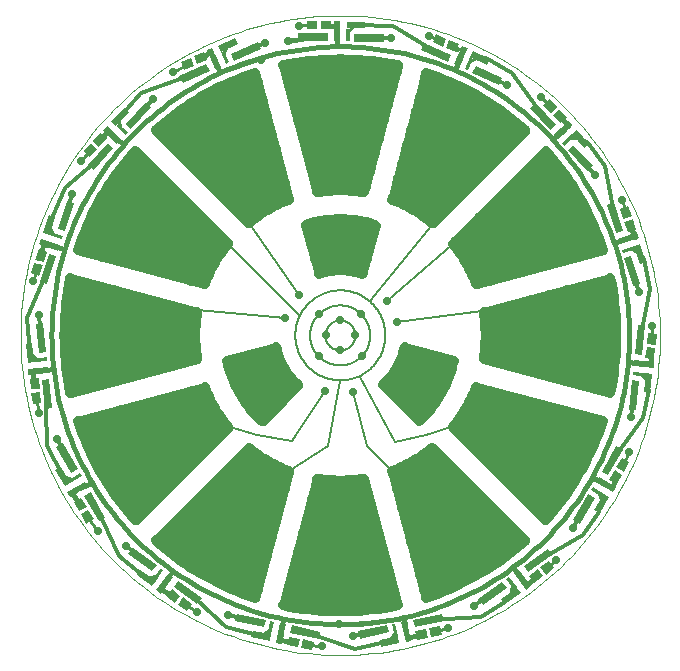
<source format=gtl>
G75*
%MOIN*%
%OFA0B0*%
%FSLAX25Y25*%
%IPPOS*%
%LPD*%
%AMOC8*
5,1,8,0,0,1.08239X$1,22.5*
%
%ADD10C,0.00004*%
%ADD11C,0.00800*%
%ADD12C,0.01600*%
%ADD13R,0.09843X0.02500*%
%ADD14R,0.06693X0.01969*%
%ADD15R,0.06299X0.02165*%
%ADD16R,0.04331X0.01181*%
%ADD17R,0.02362X0.01181*%
%ADD18R,0.01969X0.06693*%
%ADD19R,0.01181X0.04331*%
%ADD20R,0.03642X0.02913*%
%ADD21C,0.01200*%
%ADD22C,0.02800*%
%ADD23C,0.01000*%
%ADD24C,0.03200*%
%ADD25C,0.00600*%
D10*
X0005143Y0110845D02*
X0005175Y0113460D01*
X0005271Y0116074D01*
X0005432Y0118684D01*
X0005656Y0121290D01*
X0005944Y0123890D01*
X0006296Y0126481D01*
X0006712Y0129064D01*
X0007191Y0131635D01*
X0007732Y0134194D01*
X0008337Y0136738D01*
X0009003Y0139268D01*
X0009732Y0141779D01*
X0010522Y0144273D01*
X0011372Y0146746D01*
X0012284Y0149198D01*
X0013255Y0151626D01*
X0014285Y0154030D01*
X0015374Y0156408D01*
X0016522Y0158758D01*
X0017726Y0161080D01*
X0018987Y0163371D01*
X0020304Y0165631D01*
X0021676Y0167858D01*
X0023103Y0170050D01*
X0024582Y0172207D01*
X0026114Y0174326D01*
X0027698Y0176408D01*
X0029332Y0178450D01*
X0031016Y0180451D01*
X0032749Y0182410D01*
X0034529Y0184327D01*
X0036355Y0186199D01*
X0038227Y0188025D01*
X0040144Y0189805D01*
X0042103Y0191538D01*
X0044104Y0193222D01*
X0046146Y0194856D01*
X0048228Y0196440D01*
X0050347Y0197972D01*
X0052504Y0199451D01*
X0054696Y0200878D01*
X0056923Y0202250D01*
X0059183Y0203567D01*
X0061474Y0204828D01*
X0063796Y0206032D01*
X0066146Y0207180D01*
X0068524Y0208269D01*
X0070928Y0209299D01*
X0073356Y0210270D01*
X0075808Y0211182D01*
X0078281Y0212032D01*
X0080775Y0212822D01*
X0083286Y0213551D01*
X0085816Y0214217D01*
X0088360Y0214822D01*
X0090919Y0215363D01*
X0093490Y0215842D01*
X0096073Y0216258D01*
X0098664Y0216610D01*
X0101264Y0216898D01*
X0103870Y0217122D01*
X0106480Y0217283D01*
X0109094Y0217379D01*
X0111709Y0217411D01*
X0114324Y0217379D01*
X0116938Y0217283D01*
X0119548Y0217122D01*
X0122154Y0216898D01*
X0124754Y0216610D01*
X0127345Y0216258D01*
X0129928Y0215842D01*
X0132499Y0215363D01*
X0135058Y0214822D01*
X0137602Y0214217D01*
X0140132Y0213551D01*
X0142643Y0212822D01*
X0145137Y0212032D01*
X0147610Y0211182D01*
X0150062Y0210270D01*
X0152490Y0209299D01*
X0154894Y0208269D01*
X0157272Y0207180D01*
X0159622Y0206032D01*
X0161944Y0204828D01*
X0164235Y0203567D01*
X0166495Y0202250D01*
X0168722Y0200878D01*
X0170914Y0199451D01*
X0173071Y0197972D01*
X0175190Y0196440D01*
X0177272Y0194856D01*
X0179314Y0193222D01*
X0181315Y0191538D01*
X0183274Y0189805D01*
X0185191Y0188025D01*
X0187063Y0186199D01*
X0188889Y0184327D01*
X0190669Y0182410D01*
X0192402Y0180451D01*
X0194086Y0178450D01*
X0195720Y0176408D01*
X0197304Y0174326D01*
X0198836Y0172207D01*
X0200315Y0170050D01*
X0201742Y0167858D01*
X0203114Y0165631D01*
X0204431Y0163371D01*
X0205692Y0161080D01*
X0206896Y0158758D01*
X0208044Y0156408D01*
X0209133Y0154030D01*
X0210163Y0151626D01*
X0211134Y0149198D01*
X0212046Y0146746D01*
X0212896Y0144273D01*
X0213686Y0141779D01*
X0214415Y0139268D01*
X0215081Y0136738D01*
X0215686Y0134194D01*
X0216227Y0131635D01*
X0216706Y0129064D01*
X0217122Y0126481D01*
X0217474Y0123890D01*
X0217762Y0121290D01*
X0217986Y0118684D01*
X0218147Y0116074D01*
X0218243Y0113460D01*
X0218275Y0110845D01*
X0218243Y0108230D01*
X0218147Y0105616D01*
X0217986Y0103006D01*
X0217762Y0100400D01*
X0217474Y0097800D01*
X0217122Y0095209D01*
X0216706Y0092626D01*
X0216227Y0090055D01*
X0215686Y0087496D01*
X0215081Y0084952D01*
X0214415Y0082422D01*
X0213686Y0079911D01*
X0212896Y0077417D01*
X0212046Y0074944D01*
X0211134Y0072492D01*
X0210163Y0070064D01*
X0209133Y0067660D01*
X0208044Y0065282D01*
X0206896Y0062932D01*
X0205692Y0060610D01*
X0204431Y0058319D01*
X0203114Y0056059D01*
X0201742Y0053832D01*
X0200315Y0051640D01*
X0198836Y0049483D01*
X0197304Y0047364D01*
X0195720Y0045282D01*
X0194086Y0043240D01*
X0192402Y0041239D01*
X0190669Y0039280D01*
X0188889Y0037363D01*
X0187063Y0035491D01*
X0185191Y0033665D01*
X0183274Y0031885D01*
X0181315Y0030152D01*
X0179314Y0028468D01*
X0177272Y0026834D01*
X0175190Y0025250D01*
X0173071Y0023718D01*
X0170914Y0022239D01*
X0168722Y0020812D01*
X0166495Y0019440D01*
X0164235Y0018123D01*
X0161944Y0016862D01*
X0159622Y0015658D01*
X0157272Y0014510D01*
X0154894Y0013421D01*
X0152490Y0012391D01*
X0150062Y0011420D01*
X0147610Y0010508D01*
X0145137Y0009658D01*
X0142643Y0008868D01*
X0140132Y0008139D01*
X0137602Y0007473D01*
X0135058Y0006868D01*
X0132499Y0006327D01*
X0129928Y0005848D01*
X0127345Y0005432D01*
X0124754Y0005080D01*
X0122154Y0004792D01*
X0119548Y0004568D01*
X0116938Y0004407D01*
X0114324Y0004311D01*
X0111709Y0004279D01*
X0109094Y0004311D01*
X0106480Y0004407D01*
X0103870Y0004568D01*
X0101264Y0004792D01*
X0098664Y0005080D01*
X0096073Y0005432D01*
X0093490Y0005848D01*
X0090919Y0006327D01*
X0088360Y0006868D01*
X0085816Y0007473D01*
X0083286Y0008139D01*
X0080775Y0008868D01*
X0078281Y0009658D01*
X0075808Y0010508D01*
X0073356Y0011420D01*
X0070928Y0012391D01*
X0068524Y0013421D01*
X0066146Y0014510D01*
X0063796Y0015658D01*
X0061474Y0016862D01*
X0059183Y0018123D01*
X0056923Y0019440D01*
X0054696Y0020812D01*
X0052504Y0022239D01*
X0050347Y0023718D01*
X0048228Y0025250D01*
X0046146Y0026834D01*
X0044104Y0028468D01*
X0042103Y0030152D01*
X0040144Y0031885D01*
X0038227Y0033665D01*
X0036355Y0035491D01*
X0034529Y0037363D01*
X0032749Y0039280D01*
X0031016Y0041239D01*
X0029332Y0043240D01*
X0027698Y0045282D01*
X0026114Y0047364D01*
X0024582Y0049483D01*
X0023103Y0051640D01*
X0021676Y0053832D01*
X0020304Y0056059D01*
X0018987Y0058319D01*
X0017726Y0060610D01*
X0016522Y0062932D01*
X0015374Y0065282D01*
X0014285Y0067660D01*
X0013255Y0070064D01*
X0012284Y0072492D01*
X0011372Y0074944D01*
X0010522Y0077417D01*
X0009732Y0079911D01*
X0009003Y0082422D01*
X0008337Y0084952D01*
X0007732Y0087496D01*
X0007191Y0090055D01*
X0006712Y0092626D01*
X0006296Y0095209D01*
X0005944Y0097800D01*
X0005656Y0100400D01*
X0005432Y0103006D01*
X0005271Y0105616D01*
X0005175Y0108230D01*
X0005143Y0110845D01*
D11*
X0064155Y0119172D02*
X0093163Y0116466D01*
X0098096Y0117686D02*
X0074284Y0141430D01*
X0081137Y0148280D02*
X0097824Y0124140D01*
X0101666Y0110820D02*
X0101669Y0111065D01*
X0101678Y0111311D01*
X0101693Y0111556D01*
X0101714Y0111800D01*
X0101741Y0112044D01*
X0101774Y0112287D01*
X0101813Y0112530D01*
X0101858Y0112771D01*
X0101909Y0113011D01*
X0101966Y0113250D01*
X0102028Y0113487D01*
X0102097Y0113723D01*
X0102171Y0113957D01*
X0102251Y0114189D01*
X0102336Y0114419D01*
X0102427Y0114647D01*
X0102524Y0114872D01*
X0102626Y0115096D01*
X0102734Y0115316D01*
X0102847Y0115534D01*
X0102965Y0115749D01*
X0103089Y0115961D01*
X0103217Y0116170D01*
X0103351Y0116376D01*
X0103490Y0116578D01*
X0103634Y0116777D01*
X0103783Y0116972D01*
X0103936Y0117164D01*
X0104094Y0117352D01*
X0104256Y0117536D01*
X0104424Y0117715D01*
X0104595Y0117891D01*
X0104771Y0118062D01*
X0104950Y0118230D01*
X0105134Y0118392D01*
X0105322Y0118550D01*
X0105514Y0118703D01*
X0105709Y0118852D01*
X0105908Y0118996D01*
X0106110Y0119135D01*
X0106316Y0119269D01*
X0106525Y0119397D01*
X0106737Y0119521D01*
X0106952Y0119639D01*
X0107170Y0119752D01*
X0107390Y0119860D01*
X0107614Y0119962D01*
X0107839Y0120059D01*
X0108067Y0120150D01*
X0108297Y0120235D01*
X0108529Y0120315D01*
X0108763Y0120389D01*
X0108999Y0120458D01*
X0109236Y0120520D01*
X0109475Y0120577D01*
X0109715Y0120628D01*
X0109956Y0120673D01*
X0110199Y0120712D01*
X0110442Y0120745D01*
X0110686Y0120772D01*
X0110930Y0120793D01*
X0111175Y0120808D01*
X0111421Y0120817D01*
X0111666Y0120820D01*
X0111911Y0120817D01*
X0112157Y0120808D01*
X0112402Y0120793D01*
X0112646Y0120772D01*
X0112890Y0120745D01*
X0113133Y0120712D01*
X0113376Y0120673D01*
X0113617Y0120628D01*
X0113857Y0120577D01*
X0114096Y0120520D01*
X0114333Y0120458D01*
X0114569Y0120389D01*
X0114803Y0120315D01*
X0115035Y0120235D01*
X0115265Y0120150D01*
X0115493Y0120059D01*
X0115718Y0119962D01*
X0115942Y0119860D01*
X0116162Y0119752D01*
X0116380Y0119639D01*
X0116595Y0119521D01*
X0116807Y0119397D01*
X0117016Y0119269D01*
X0117222Y0119135D01*
X0117424Y0118996D01*
X0117623Y0118852D01*
X0117818Y0118703D01*
X0118010Y0118550D01*
X0118198Y0118392D01*
X0118382Y0118230D01*
X0118561Y0118062D01*
X0118737Y0117891D01*
X0118908Y0117715D01*
X0119076Y0117536D01*
X0119238Y0117352D01*
X0119396Y0117164D01*
X0119549Y0116972D01*
X0119698Y0116777D01*
X0119842Y0116578D01*
X0119981Y0116376D01*
X0120115Y0116170D01*
X0120243Y0115961D01*
X0120367Y0115749D01*
X0120485Y0115534D01*
X0120598Y0115316D01*
X0120706Y0115096D01*
X0120808Y0114872D01*
X0120905Y0114647D01*
X0120996Y0114419D01*
X0121081Y0114189D01*
X0121161Y0113957D01*
X0121235Y0113723D01*
X0121304Y0113487D01*
X0121366Y0113250D01*
X0121423Y0113011D01*
X0121474Y0112771D01*
X0121519Y0112530D01*
X0121558Y0112287D01*
X0121591Y0112044D01*
X0121618Y0111800D01*
X0121639Y0111556D01*
X0121654Y0111311D01*
X0121663Y0111065D01*
X0121666Y0110820D01*
X0121663Y0110575D01*
X0121654Y0110329D01*
X0121639Y0110084D01*
X0121618Y0109840D01*
X0121591Y0109596D01*
X0121558Y0109353D01*
X0121519Y0109110D01*
X0121474Y0108869D01*
X0121423Y0108629D01*
X0121366Y0108390D01*
X0121304Y0108153D01*
X0121235Y0107917D01*
X0121161Y0107683D01*
X0121081Y0107451D01*
X0120996Y0107221D01*
X0120905Y0106993D01*
X0120808Y0106768D01*
X0120706Y0106544D01*
X0120598Y0106324D01*
X0120485Y0106106D01*
X0120367Y0105891D01*
X0120243Y0105679D01*
X0120115Y0105470D01*
X0119981Y0105264D01*
X0119842Y0105062D01*
X0119698Y0104863D01*
X0119549Y0104668D01*
X0119396Y0104476D01*
X0119238Y0104288D01*
X0119076Y0104104D01*
X0118908Y0103925D01*
X0118737Y0103749D01*
X0118561Y0103578D01*
X0118382Y0103410D01*
X0118198Y0103248D01*
X0118010Y0103090D01*
X0117818Y0102937D01*
X0117623Y0102788D01*
X0117424Y0102644D01*
X0117222Y0102505D01*
X0117016Y0102371D01*
X0116807Y0102243D01*
X0116595Y0102119D01*
X0116380Y0102001D01*
X0116162Y0101888D01*
X0115942Y0101780D01*
X0115718Y0101678D01*
X0115493Y0101581D01*
X0115265Y0101490D01*
X0115035Y0101405D01*
X0114803Y0101325D01*
X0114569Y0101251D01*
X0114333Y0101182D01*
X0114096Y0101120D01*
X0113857Y0101063D01*
X0113617Y0101012D01*
X0113376Y0100967D01*
X0113133Y0100928D01*
X0112890Y0100895D01*
X0112646Y0100868D01*
X0112402Y0100847D01*
X0112157Y0100832D01*
X0111911Y0100823D01*
X0111666Y0100820D01*
X0111421Y0100823D01*
X0111175Y0100832D01*
X0110930Y0100847D01*
X0110686Y0100868D01*
X0110442Y0100895D01*
X0110199Y0100928D01*
X0109956Y0100967D01*
X0109715Y0101012D01*
X0109475Y0101063D01*
X0109236Y0101120D01*
X0108999Y0101182D01*
X0108763Y0101251D01*
X0108529Y0101325D01*
X0108297Y0101405D01*
X0108067Y0101490D01*
X0107839Y0101581D01*
X0107614Y0101678D01*
X0107390Y0101780D01*
X0107170Y0101888D01*
X0106952Y0102001D01*
X0106737Y0102119D01*
X0106525Y0102243D01*
X0106316Y0102371D01*
X0106110Y0102505D01*
X0105908Y0102644D01*
X0105709Y0102788D01*
X0105514Y0102937D01*
X0105322Y0103090D01*
X0105134Y0103248D01*
X0104950Y0103410D01*
X0104771Y0103578D01*
X0104595Y0103749D01*
X0104424Y0103925D01*
X0104256Y0104104D01*
X0104094Y0104288D01*
X0103936Y0104476D01*
X0103783Y0104668D01*
X0103634Y0104863D01*
X0103490Y0105062D01*
X0103351Y0105264D01*
X0103217Y0105470D01*
X0103089Y0105679D01*
X0102965Y0105891D01*
X0102847Y0106106D01*
X0102734Y0106324D01*
X0102626Y0106544D01*
X0102524Y0106768D01*
X0102427Y0106993D01*
X0102336Y0107221D01*
X0102251Y0107451D01*
X0102171Y0107683D01*
X0102097Y0107917D01*
X0102028Y0108153D01*
X0101966Y0108390D01*
X0101909Y0108629D01*
X0101858Y0108869D01*
X0101813Y0109110D01*
X0101774Y0109353D01*
X0101741Y0109596D01*
X0101714Y0109840D01*
X0101693Y0110084D01*
X0101678Y0110329D01*
X0101669Y0110575D01*
X0101666Y0110820D01*
X0090374Y0106809D02*
X0091492Y0103971D01*
X0106677Y0092163D02*
X0095659Y0075769D01*
X0083927Y0077483D01*
X0074949Y0080219D01*
X0094603Y0065571D02*
X0107517Y0073932D01*
X0111732Y0095687D01*
X0116035Y0092031D02*
X0120450Y0074023D01*
X0128889Y0065571D01*
X0129890Y0075437D02*
X0140120Y0077690D01*
X0148610Y0080124D01*
X0129890Y0075437D02*
X0118130Y0096972D01*
X0106749Y0110820D02*
X0106751Y0110961D01*
X0106757Y0111102D01*
X0106767Y0111242D01*
X0106781Y0111382D01*
X0106799Y0111522D01*
X0106820Y0111661D01*
X0106846Y0111800D01*
X0106875Y0111938D01*
X0106909Y0112074D01*
X0106946Y0112210D01*
X0106987Y0112345D01*
X0107032Y0112479D01*
X0107081Y0112611D01*
X0107133Y0112742D01*
X0107189Y0112871D01*
X0107249Y0112998D01*
X0107312Y0113124D01*
X0107378Y0113248D01*
X0107449Y0113371D01*
X0107522Y0113491D01*
X0107599Y0113609D01*
X0107679Y0113725D01*
X0107763Y0113838D01*
X0107849Y0113949D01*
X0107939Y0114058D01*
X0108032Y0114164D01*
X0108127Y0114267D01*
X0108226Y0114368D01*
X0108327Y0114466D01*
X0108431Y0114561D01*
X0108538Y0114653D01*
X0108647Y0114742D01*
X0108759Y0114827D01*
X0108873Y0114910D01*
X0108989Y0114990D01*
X0109108Y0115066D01*
X0109229Y0115138D01*
X0109351Y0115208D01*
X0109476Y0115273D01*
X0109602Y0115336D01*
X0109730Y0115394D01*
X0109860Y0115449D01*
X0109991Y0115501D01*
X0110124Y0115548D01*
X0110258Y0115592D01*
X0110393Y0115633D01*
X0110529Y0115669D01*
X0110666Y0115701D01*
X0110804Y0115730D01*
X0110942Y0115755D01*
X0111082Y0115775D01*
X0111222Y0115792D01*
X0111362Y0115805D01*
X0111503Y0115814D01*
X0111643Y0115819D01*
X0111784Y0115820D01*
X0111925Y0115817D01*
X0112066Y0115810D01*
X0112206Y0115799D01*
X0112346Y0115784D01*
X0112486Y0115765D01*
X0112625Y0115743D01*
X0112763Y0115716D01*
X0112901Y0115686D01*
X0113037Y0115651D01*
X0113173Y0115613D01*
X0113307Y0115571D01*
X0113441Y0115525D01*
X0113573Y0115476D01*
X0113703Y0115422D01*
X0113832Y0115365D01*
X0113959Y0115305D01*
X0114085Y0115241D01*
X0114208Y0115173D01*
X0114330Y0115102D01*
X0114450Y0115028D01*
X0114567Y0114950D01*
X0114682Y0114869D01*
X0114795Y0114785D01*
X0114906Y0114698D01*
X0115014Y0114607D01*
X0115119Y0114514D01*
X0115222Y0114417D01*
X0115322Y0114318D01*
X0115419Y0114216D01*
X0115513Y0114111D01*
X0115604Y0114004D01*
X0115692Y0113894D01*
X0115777Y0113782D01*
X0115859Y0113667D01*
X0115938Y0113550D01*
X0116013Y0113431D01*
X0116085Y0113310D01*
X0116153Y0113187D01*
X0116218Y0113062D01*
X0116280Y0112935D01*
X0116337Y0112806D01*
X0116392Y0112676D01*
X0116442Y0112545D01*
X0116489Y0112412D01*
X0116532Y0112278D01*
X0116571Y0112142D01*
X0116606Y0112006D01*
X0116638Y0111869D01*
X0116665Y0111731D01*
X0116689Y0111592D01*
X0116709Y0111452D01*
X0116725Y0111312D01*
X0116737Y0111172D01*
X0116745Y0111031D01*
X0116749Y0110890D01*
X0116749Y0110750D01*
X0116745Y0110609D01*
X0116737Y0110468D01*
X0116725Y0110328D01*
X0116709Y0110188D01*
X0116689Y0110048D01*
X0116665Y0109909D01*
X0116638Y0109771D01*
X0116606Y0109634D01*
X0116571Y0109498D01*
X0116532Y0109362D01*
X0116489Y0109228D01*
X0116442Y0109095D01*
X0116392Y0108964D01*
X0116337Y0108834D01*
X0116280Y0108705D01*
X0116218Y0108578D01*
X0116153Y0108453D01*
X0116085Y0108330D01*
X0116013Y0108209D01*
X0115938Y0108090D01*
X0115859Y0107973D01*
X0115777Y0107858D01*
X0115692Y0107746D01*
X0115604Y0107636D01*
X0115513Y0107529D01*
X0115419Y0107424D01*
X0115322Y0107322D01*
X0115222Y0107223D01*
X0115119Y0107126D01*
X0115014Y0107033D01*
X0114906Y0106942D01*
X0114795Y0106855D01*
X0114682Y0106771D01*
X0114567Y0106690D01*
X0114450Y0106612D01*
X0114330Y0106538D01*
X0114208Y0106467D01*
X0114085Y0106399D01*
X0113959Y0106335D01*
X0113832Y0106275D01*
X0113703Y0106218D01*
X0113573Y0106164D01*
X0113441Y0106115D01*
X0113307Y0106069D01*
X0113173Y0106027D01*
X0113037Y0105989D01*
X0112901Y0105954D01*
X0112763Y0105924D01*
X0112625Y0105897D01*
X0112486Y0105875D01*
X0112346Y0105856D01*
X0112206Y0105841D01*
X0112066Y0105830D01*
X0111925Y0105823D01*
X0111784Y0105820D01*
X0111643Y0105821D01*
X0111503Y0105826D01*
X0111362Y0105835D01*
X0111222Y0105848D01*
X0111082Y0105865D01*
X0110942Y0105885D01*
X0110804Y0105910D01*
X0110666Y0105939D01*
X0110529Y0105971D01*
X0110393Y0106007D01*
X0110258Y0106048D01*
X0110124Y0106092D01*
X0109991Y0106139D01*
X0109860Y0106191D01*
X0109730Y0106246D01*
X0109602Y0106304D01*
X0109476Y0106367D01*
X0109351Y0106432D01*
X0109229Y0106502D01*
X0109108Y0106574D01*
X0108989Y0106650D01*
X0108873Y0106730D01*
X0108759Y0106813D01*
X0108647Y0106898D01*
X0108538Y0106987D01*
X0108431Y0107079D01*
X0108327Y0107174D01*
X0108226Y0107272D01*
X0108127Y0107373D01*
X0108032Y0107476D01*
X0107939Y0107582D01*
X0107849Y0107691D01*
X0107763Y0107802D01*
X0107679Y0107915D01*
X0107599Y0108031D01*
X0107522Y0108149D01*
X0107449Y0108269D01*
X0107378Y0108392D01*
X0107312Y0108516D01*
X0107249Y0108642D01*
X0107189Y0108769D01*
X0107133Y0108898D01*
X0107081Y0109029D01*
X0107032Y0109161D01*
X0106987Y0109295D01*
X0106946Y0109430D01*
X0106909Y0109566D01*
X0106875Y0109702D01*
X0106846Y0109840D01*
X0106820Y0109979D01*
X0106799Y0110118D01*
X0106781Y0110258D01*
X0106767Y0110398D01*
X0106757Y0110538D01*
X0106751Y0110679D01*
X0106749Y0110820D01*
X0096717Y0110829D02*
X0096722Y0111197D01*
X0096735Y0111565D01*
X0096758Y0111932D01*
X0096789Y0112299D01*
X0096830Y0112665D01*
X0096879Y0113030D01*
X0096938Y0113393D01*
X0097005Y0113755D01*
X0097081Y0114116D01*
X0097167Y0114474D01*
X0097260Y0114830D01*
X0097363Y0115183D01*
X0097474Y0115534D01*
X0097594Y0115882D01*
X0097722Y0116227D01*
X0097859Y0116569D01*
X0098004Y0116908D01*
X0098157Y0117242D01*
X0098319Y0117573D01*
X0098488Y0117900D01*
X0098666Y0118222D01*
X0098851Y0118541D01*
X0099044Y0118854D01*
X0099245Y0119163D01*
X0099453Y0119466D01*
X0099669Y0119764D01*
X0099892Y0120057D01*
X0100122Y0120345D01*
X0100359Y0120627D01*
X0100603Y0120902D01*
X0100853Y0121172D01*
X0101110Y0121436D01*
X0101374Y0121693D01*
X0101644Y0121943D01*
X0101919Y0122187D01*
X0102201Y0122424D01*
X0102489Y0122654D01*
X0102782Y0122877D01*
X0103080Y0123093D01*
X0103383Y0123301D01*
X0103692Y0123502D01*
X0104005Y0123695D01*
X0104324Y0123880D01*
X0104646Y0124058D01*
X0104973Y0124227D01*
X0105304Y0124389D01*
X0105638Y0124542D01*
X0105977Y0124687D01*
X0106319Y0124824D01*
X0106664Y0124952D01*
X0107012Y0125072D01*
X0107363Y0125183D01*
X0107716Y0125286D01*
X0108072Y0125379D01*
X0108430Y0125465D01*
X0108791Y0125541D01*
X0109153Y0125608D01*
X0109516Y0125667D01*
X0109881Y0125716D01*
X0110247Y0125757D01*
X0110614Y0125788D01*
X0110981Y0125811D01*
X0111349Y0125824D01*
X0111717Y0125829D01*
X0112085Y0125824D01*
X0112453Y0125811D01*
X0112820Y0125788D01*
X0113187Y0125757D01*
X0113553Y0125716D01*
X0113918Y0125667D01*
X0114281Y0125608D01*
X0114643Y0125541D01*
X0115004Y0125465D01*
X0115362Y0125379D01*
X0115718Y0125286D01*
X0116071Y0125183D01*
X0116422Y0125072D01*
X0116770Y0124952D01*
X0117115Y0124824D01*
X0117457Y0124687D01*
X0117796Y0124542D01*
X0118130Y0124389D01*
X0118461Y0124227D01*
X0118788Y0124058D01*
X0119110Y0123880D01*
X0119429Y0123695D01*
X0119742Y0123502D01*
X0120051Y0123301D01*
X0120354Y0123093D01*
X0120652Y0122877D01*
X0120945Y0122654D01*
X0121233Y0122424D01*
X0121515Y0122187D01*
X0121790Y0121943D01*
X0122060Y0121693D01*
X0122324Y0121436D01*
X0122581Y0121172D01*
X0122831Y0120902D01*
X0123075Y0120627D01*
X0123312Y0120345D01*
X0123542Y0120057D01*
X0123765Y0119764D01*
X0123981Y0119466D01*
X0124189Y0119163D01*
X0124390Y0118854D01*
X0124583Y0118541D01*
X0124768Y0118222D01*
X0124946Y0117900D01*
X0125115Y0117573D01*
X0125277Y0117242D01*
X0125430Y0116908D01*
X0125575Y0116569D01*
X0125712Y0116227D01*
X0125840Y0115882D01*
X0125960Y0115534D01*
X0126071Y0115183D01*
X0126174Y0114830D01*
X0126267Y0114474D01*
X0126353Y0114116D01*
X0126429Y0113755D01*
X0126496Y0113393D01*
X0126555Y0113030D01*
X0126604Y0112665D01*
X0126645Y0112299D01*
X0126676Y0111932D01*
X0126699Y0111565D01*
X0126712Y0111197D01*
X0126717Y0110829D01*
X0126712Y0110461D01*
X0126699Y0110093D01*
X0126676Y0109726D01*
X0126645Y0109359D01*
X0126604Y0108993D01*
X0126555Y0108628D01*
X0126496Y0108265D01*
X0126429Y0107903D01*
X0126353Y0107542D01*
X0126267Y0107184D01*
X0126174Y0106828D01*
X0126071Y0106475D01*
X0125960Y0106124D01*
X0125840Y0105776D01*
X0125712Y0105431D01*
X0125575Y0105089D01*
X0125430Y0104750D01*
X0125277Y0104416D01*
X0125115Y0104085D01*
X0124946Y0103758D01*
X0124768Y0103436D01*
X0124583Y0103117D01*
X0124390Y0102804D01*
X0124189Y0102495D01*
X0123981Y0102192D01*
X0123765Y0101894D01*
X0123542Y0101601D01*
X0123312Y0101313D01*
X0123075Y0101031D01*
X0122831Y0100756D01*
X0122581Y0100486D01*
X0122324Y0100222D01*
X0122060Y0099965D01*
X0121790Y0099715D01*
X0121515Y0099471D01*
X0121233Y0099234D01*
X0120945Y0099004D01*
X0120652Y0098781D01*
X0120354Y0098565D01*
X0120051Y0098357D01*
X0119742Y0098156D01*
X0119429Y0097963D01*
X0119110Y0097778D01*
X0118788Y0097600D01*
X0118461Y0097431D01*
X0118130Y0097269D01*
X0117796Y0097116D01*
X0117457Y0096971D01*
X0117115Y0096834D01*
X0116770Y0096706D01*
X0116422Y0096586D01*
X0116071Y0096475D01*
X0115718Y0096372D01*
X0115362Y0096279D01*
X0115004Y0096193D01*
X0114643Y0096117D01*
X0114281Y0096050D01*
X0113918Y0095991D01*
X0113553Y0095942D01*
X0113187Y0095901D01*
X0112820Y0095870D01*
X0112453Y0095847D01*
X0112085Y0095834D01*
X0111717Y0095829D01*
X0111349Y0095834D01*
X0110981Y0095847D01*
X0110614Y0095870D01*
X0110247Y0095901D01*
X0109881Y0095942D01*
X0109516Y0095991D01*
X0109153Y0096050D01*
X0108791Y0096117D01*
X0108430Y0096193D01*
X0108072Y0096279D01*
X0107716Y0096372D01*
X0107363Y0096475D01*
X0107012Y0096586D01*
X0106664Y0096706D01*
X0106319Y0096834D01*
X0105977Y0096971D01*
X0105638Y0097116D01*
X0105304Y0097269D01*
X0104973Y0097431D01*
X0104646Y0097600D01*
X0104324Y0097778D01*
X0104005Y0097963D01*
X0103692Y0098156D01*
X0103383Y0098357D01*
X0103080Y0098565D01*
X0102782Y0098781D01*
X0102489Y0099004D01*
X0102201Y0099234D01*
X0101919Y0099471D01*
X0101644Y0099715D01*
X0101374Y0099965D01*
X0101110Y0100222D01*
X0100853Y0100486D01*
X0100603Y0100756D01*
X0100359Y0101031D01*
X0100122Y0101313D01*
X0099892Y0101601D01*
X0099669Y0101894D01*
X0099453Y0102192D01*
X0099245Y0102495D01*
X0099044Y0102804D01*
X0098851Y0103117D01*
X0098666Y0103436D01*
X0098488Y0103758D01*
X0098319Y0104085D01*
X0098157Y0104416D01*
X0098004Y0104750D01*
X0097859Y0105089D01*
X0097722Y0105431D01*
X0097594Y0105776D01*
X0097474Y0106124D01*
X0097363Y0106475D01*
X0097260Y0106828D01*
X0097167Y0107184D01*
X0097081Y0107542D01*
X0097005Y0107903D01*
X0096938Y0108265D01*
X0096879Y0108628D01*
X0096830Y0108993D01*
X0096789Y0109359D01*
X0096758Y0109726D01*
X0096735Y0110093D01*
X0096722Y0110461D01*
X0096717Y0110829D01*
X0121631Y0122343D02*
X0142398Y0147724D01*
X0149129Y0141366D02*
X0127224Y0122346D01*
X0130499Y0115252D02*
X0158977Y0118949D01*
D12*
X0159430Y0118811D02*
X0203264Y0118811D01*
X0203479Y0117213D02*
X0159698Y0117213D01*
X0159967Y0115614D02*
X0203694Y0115614D01*
X0203909Y0114016D02*
X0160235Y0114016D01*
X0160503Y0112417D02*
X0204124Y0112417D01*
X0204266Y0111360D02*
X0201639Y0090937D01*
X0159302Y0102282D01*
X0160712Y0111173D01*
X0159330Y0119408D01*
X0201658Y0130747D01*
X0204266Y0111360D01*
X0204197Y0110819D02*
X0160656Y0110819D01*
X0160402Y0109220D02*
X0203991Y0109220D01*
X0203785Y0107622D02*
X0160149Y0107622D01*
X0159895Y0106023D02*
X0203580Y0106023D01*
X0203374Y0104425D02*
X0159642Y0104425D01*
X0159388Y0102826D02*
X0203169Y0102826D01*
X0202963Y0101228D02*
X0163236Y0101228D01*
X0169202Y0099629D02*
X0202757Y0099629D01*
X0202552Y0098031D02*
X0175167Y0098031D01*
X0181133Y0096432D02*
X0202346Y0096432D01*
X0202140Y0094834D02*
X0187098Y0094834D01*
X0193064Y0093235D02*
X0201935Y0093235D01*
X0201729Y0091637D02*
X0199029Y0091637D01*
X0191440Y0085243D02*
X0153146Y0085243D01*
X0154404Y0086841D02*
X0185473Y0086841D01*
X0179506Y0088440D02*
X0155028Y0088440D01*
X0154513Y0086980D02*
X0148720Y0079616D01*
X0179707Y0048632D01*
X0191746Y0064572D01*
X0199377Y0083116D01*
X0157143Y0094431D01*
X0154513Y0086980D01*
X0155592Y0090038D02*
X0173539Y0090038D01*
X0167572Y0091637D02*
X0156157Y0091637D01*
X0156721Y0093235D02*
X0161605Y0093235D01*
X0151889Y0083644D02*
X0197407Y0083644D01*
X0198937Y0082045D02*
X0150631Y0082045D01*
X0149374Y0080447D02*
X0198279Y0080447D01*
X0197621Y0078848D02*
X0149488Y0078848D01*
X0151087Y0077250D02*
X0196963Y0077250D01*
X0196306Y0075651D02*
X0152685Y0075651D01*
X0154284Y0074053D02*
X0195648Y0074053D01*
X0194990Y0072454D02*
X0155883Y0072454D01*
X0157481Y0070856D02*
X0194332Y0070856D01*
X0193675Y0069257D02*
X0159080Y0069257D01*
X0160678Y0067659D02*
X0193017Y0067659D01*
X0192359Y0066060D02*
X0162277Y0066060D01*
X0163876Y0064462D02*
X0191664Y0064462D01*
X0190456Y0062863D02*
X0165474Y0062863D01*
X0167073Y0061265D02*
X0189249Y0061265D01*
X0188042Y0059666D02*
X0168672Y0059666D01*
X0170270Y0058068D02*
X0186834Y0058068D01*
X0185627Y0056469D02*
X0171869Y0056469D01*
X0173468Y0054871D02*
X0184419Y0054871D01*
X0183212Y0053272D02*
X0175066Y0053272D01*
X0176665Y0051674D02*
X0182005Y0051674D01*
X0180797Y0050075D02*
X0178263Y0050075D01*
X0173064Y0043681D02*
X0133995Y0043681D01*
X0134423Y0042083D02*
X0172743Y0042083D01*
X0173824Y0042921D02*
X0158357Y0030929D01*
X0139507Y0023106D01*
X0128178Y0065394D01*
X0136453Y0068575D01*
X0142858Y0073893D01*
X0173824Y0042921D01*
X0171466Y0045280D02*
X0133567Y0045280D01*
X0133138Y0046878D02*
X0169868Y0046878D01*
X0168269Y0048477D02*
X0132710Y0048477D01*
X0132282Y0050075D02*
X0166671Y0050075D01*
X0165073Y0051674D02*
X0131854Y0051674D01*
X0131425Y0053272D02*
X0163475Y0053272D01*
X0161877Y0054871D02*
X0130997Y0054871D01*
X0130569Y0056469D02*
X0160278Y0056469D01*
X0158680Y0058068D02*
X0130141Y0058068D01*
X0129712Y0059666D02*
X0157082Y0059666D01*
X0155484Y0061265D02*
X0129284Y0061265D01*
X0128856Y0062863D02*
X0153885Y0062863D01*
X0152287Y0064462D02*
X0128428Y0064462D01*
X0129911Y0066060D02*
X0150689Y0066060D01*
X0149091Y0067659D02*
X0134071Y0067659D01*
X0137275Y0069257D02*
X0147493Y0069257D01*
X0145894Y0070856D02*
X0139200Y0070856D01*
X0141125Y0072454D02*
X0144296Y0072454D01*
X0137404Y0081827D02*
X0125328Y0093896D01*
X0130872Y0099820D01*
X0133214Y0107597D01*
X0149723Y0103172D01*
X0145519Y0091356D01*
X0137404Y0081827D01*
X0137590Y0082045D02*
X0137185Y0082045D01*
X0135586Y0083644D02*
X0138951Y0083644D01*
X0140313Y0085243D02*
X0133987Y0085243D01*
X0132387Y0086841D02*
X0141674Y0086841D01*
X0143035Y0088440D02*
X0130788Y0088440D01*
X0129188Y0090038D02*
X0144397Y0090038D01*
X0145619Y0091637D02*
X0127589Y0091637D01*
X0125989Y0093235D02*
X0146187Y0093235D01*
X0146756Y0094834D02*
X0126205Y0094834D01*
X0127701Y0096432D02*
X0147325Y0096432D01*
X0147894Y0098031D02*
X0129197Y0098031D01*
X0130693Y0099629D02*
X0148462Y0099629D01*
X0149031Y0101228D02*
X0131296Y0101228D01*
X0131777Y0102826D02*
X0149600Y0102826D01*
X0145048Y0104425D02*
X0132259Y0104425D01*
X0132740Y0106023D02*
X0139084Y0106023D01*
X0157131Y0127234D02*
X0154071Y0135553D01*
X0148618Y0141994D01*
X0179615Y0172977D01*
X0192752Y0155492D01*
X0199510Y0138584D01*
X0157131Y0127234D01*
X0156702Y0128402D02*
X0161493Y0128402D01*
X0156114Y0130001D02*
X0167462Y0130001D01*
X0173431Y0131599D02*
X0155526Y0131599D01*
X0154938Y0133198D02*
X0179400Y0133198D01*
X0185368Y0134796D02*
X0154350Y0134796D01*
X0153359Y0136395D02*
X0191337Y0136395D01*
X0197306Y0137993D02*
X0152005Y0137993D01*
X0150652Y0139592D02*
X0199107Y0139592D01*
X0198468Y0141190D02*
X0149298Y0141190D01*
X0149414Y0142789D02*
X0197829Y0142789D01*
X0197190Y0144387D02*
X0151013Y0144387D01*
X0152612Y0145986D02*
X0196552Y0145986D01*
X0195913Y0147584D02*
X0154212Y0147584D01*
X0155811Y0149183D02*
X0195274Y0149183D01*
X0194635Y0150781D02*
X0157410Y0150781D01*
X0159009Y0152380D02*
X0193996Y0152380D01*
X0193357Y0153979D02*
X0160608Y0153979D01*
X0162207Y0155577D02*
X0192688Y0155577D01*
X0191487Y0157176D02*
X0163807Y0157176D01*
X0165406Y0158774D02*
X0190286Y0158774D01*
X0189085Y0160373D02*
X0167005Y0160373D01*
X0168604Y0161971D02*
X0187884Y0161971D01*
X0186683Y0163570D02*
X0170203Y0163570D01*
X0171803Y0165168D02*
X0185482Y0165168D01*
X0184281Y0166767D02*
X0173402Y0166767D01*
X0175001Y0168365D02*
X0183080Y0168365D01*
X0181879Y0169964D02*
X0176600Y0169964D01*
X0178199Y0171562D02*
X0180678Y0171562D01*
X0182632Y0176149D02*
X0186124Y0179391D01*
X0187532Y0180774D02*
X0184840Y0183796D01*
X0173869Y0178661D02*
X0142933Y0147724D01*
X0135949Y0153503D01*
X0128141Y0156279D01*
X0139475Y0198592D01*
X0158820Y0190626D01*
X0173869Y0178661D01*
X0173164Y0177956D02*
X0133947Y0177956D01*
X0133519Y0176358D02*
X0171565Y0176358D01*
X0169967Y0174759D02*
X0133091Y0174759D01*
X0132663Y0173161D02*
X0168369Y0173161D01*
X0166770Y0171562D02*
X0132235Y0171562D01*
X0131807Y0169964D02*
X0165172Y0169964D01*
X0163573Y0168365D02*
X0131378Y0168365D01*
X0130950Y0166767D02*
X0161975Y0166767D01*
X0160376Y0165168D02*
X0130522Y0165168D01*
X0130094Y0163570D02*
X0158778Y0163570D01*
X0157179Y0161971D02*
X0129666Y0161971D01*
X0129237Y0160373D02*
X0155581Y0160373D01*
X0153982Y0158774D02*
X0128809Y0158774D01*
X0128381Y0157176D02*
X0152384Y0157176D01*
X0150785Y0155577D02*
X0130115Y0155577D01*
X0134612Y0153979D02*
X0149187Y0153979D01*
X0147588Y0152380D02*
X0137306Y0152380D01*
X0139238Y0150781D02*
X0145990Y0150781D01*
X0144392Y0149183D02*
X0141169Y0149183D01*
X0142361Y0148290D02*
X0142398Y0147724D01*
X0124129Y0147579D02*
X0119717Y0131081D01*
X0111580Y0133321D01*
X0103780Y0131162D01*
X0099384Y0147605D01*
X0112162Y0150283D01*
X0124129Y0147579D01*
X0124104Y0147584D02*
X0099389Y0147584D01*
X0099817Y0145986D02*
X0123703Y0145986D01*
X0123276Y0144387D02*
X0100244Y0144387D01*
X0100672Y0142789D02*
X0122849Y0142789D01*
X0122421Y0141190D02*
X0101099Y0141190D01*
X0101527Y0139592D02*
X0121994Y0139592D01*
X0121566Y0137993D02*
X0101954Y0137993D01*
X0102381Y0136395D02*
X0121139Y0136395D01*
X0120711Y0134796D02*
X0102809Y0134796D01*
X0103236Y0133198D02*
X0111136Y0133198D01*
X0112027Y0133198D02*
X0120284Y0133198D01*
X0119856Y0131599D02*
X0117833Y0131599D01*
X0105360Y0131599D02*
X0103664Y0131599D01*
X0106913Y0149183D02*
X0117029Y0149183D01*
X0118697Y0158774D02*
X0120439Y0158774D01*
X0120359Y0158477D02*
X0111583Y0160047D01*
X0103324Y0158214D01*
X0091968Y0200602D01*
X0110391Y0203519D01*
X0131655Y0200703D01*
X0120359Y0158477D01*
X0120866Y0160373D02*
X0102745Y0160373D01*
X0102317Y0161971D02*
X0121294Y0161971D01*
X0121721Y0163570D02*
X0101889Y0163570D01*
X0101461Y0165168D02*
X0122149Y0165168D01*
X0122577Y0166767D02*
X0101032Y0166767D01*
X0100604Y0168365D02*
X0123004Y0168365D01*
X0123432Y0169964D02*
X0100176Y0169964D01*
X0099748Y0171562D02*
X0123859Y0171562D01*
X0124287Y0173161D02*
X0099319Y0173161D01*
X0098891Y0174759D02*
X0124715Y0174759D01*
X0125142Y0176358D02*
X0098463Y0176358D01*
X0098035Y0177956D02*
X0125570Y0177956D01*
X0125998Y0179555D02*
X0097606Y0179555D01*
X0097178Y0181153D02*
X0126425Y0181153D01*
X0126853Y0182752D02*
X0096750Y0182752D01*
X0096322Y0184350D02*
X0127280Y0184350D01*
X0127708Y0185949D02*
X0095893Y0185949D01*
X0095465Y0187547D02*
X0128136Y0187547D01*
X0128563Y0189146D02*
X0095037Y0189146D01*
X0094609Y0190744D02*
X0128991Y0190744D01*
X0129418Y0192343D02*
X0094180Y0192343D01*
X0093752Y0193941D02*
X0129846Y0193941D01*
X0130274Y0195540D02*
X0093324Y0195540D01*
X0092896Y0197138D02*
X0130701Y0197138D01*
X0131129Y0198737D02*
X0092467Y0198737D01*
X0092039Y0200335D02*
X0131556Y0200335D01*
X0139086Y0197138D02*
X0143006Y0197138D01*
X0146887Y0195540D02*
X0138657Y0195540D01*
X0138229Y0193941D02*
X0150769Y0193941D01*
X0154651Y0192343D02*
X0137801Y0192343D01*
X0137373Y0190744D02*
X0158533Y0190744D01*
X0160682Y0189146D02*
X0136945Y0189146D01*
X0136516Y0187547D02*
X0162692Y0187547D01*
X0164703Y0185949D02*
X0136088Y0185949D01*
X0135660Y0184350D02*
X0166713Y0184350D01*
X0168724Y0182752D02*
X0135232Y0182752D01*
X0134804Y0181153D02*
X0170734Y0181153D01*
X0172745Y0179555D02*
X0134376Y0179555D01*
X0149917Y0199313D02*
X0151858Y0203898D01*
X0150554Y0206404D02*
X0149123Y0207227D01*
X0122362Y0201934D02*
X0100380Y0201934D01*
X0102769Y0210170D02*
X0094402Y0208959D01*
X0084879Y0203442D02*
X0071527Y0198531D01*
X0069496Y0203184D01*
X0068480Y0205060D01*
X0067490Y0204800D01*
X0065783Y0203130D01*
X0065148Y0203214D01*
X0072494Y0193941D02*
X0085221Y0193941D01*
X0085650Y0192343D02*
X0068495Y0192343D01*
X0065364Y0191091D02*
X0083990Y0198537D01*
X0095311Y0156283D01*
X0086871Y0153360D01*
X0080701Y0147762D01*
X0049669Y0178745D01*
X0065364Y0191091D01*
X0064923Y0190744D02*
X0086078Y0190744D01*
X0086506Y0189146D02*
X0062891Y0189146D01*
X0060859Y0187547D02*
X0086935Y0187547D01*
X0087363Y0185949D02*
X0058827Y0185949D01*
X0056795Y0184350D02*
X0087791Y0184350D01*
X0088219Y0182752D02*
X0054763Y0182752D01*
X0052731Y0181153D02*
X0088648Y0181153D01*
X0089076Y0179555D02*
X0050699Y0179555D01*
X0050230Y0179192D02*
X0081132Y0148290D01*
X0082267Y0149183D02*
X0079278Y0149183D01*
X0077677Y0150781D02*
X0084029Y0150781D01*
X0085791Y0152380D02*
X0076076Y0152380D01*
X0074475Y0153979D02*
X0088657Y0153979D01*
X0093272Y0155577D02*
X0072874Y0155577D01*
X0071273Y0157176D02*
X0095072Y0157176D01*
X0094644Y0158774D02*
X0069672Y0158774D01*
X0068071Y0160373D02*
X0094215Y0160373D01*
X0093787Y0161971D02*
X0066470Y0161971D01*
X0064869Y0163570D02*
X0093359Y0163570D01*
X0092930Y0165168D02*
X0063268Y0165168D01*
X0061667Y0166767D02*
X0092502Y0166767D01*
X0092074Y0168365D02*
X0060066Y0168365D01*
X0058465Y0169964D02*
X0091646Y0169964D01*
X0091217Y0171562D02*
X0056864Y0171562D01*
X0055263Y0173161D02*
X0090789Y0173161D01*
X0090361Y0174759D02*
X0053662Y0174759D01*
X0052061Y0176358D02*
X0089933Y0176358D01*
X0089504Y0177956D02*
X0050460Y0177956D01*
X0045224Y0171562D02*
X0042734Y0171562D01*
X0043841Y0172945D02*
X0074784Y0142000D01*
X0069497Y0136026D01*
X0066291Y0127188D01*
X0024027Y0138508D01*
X0032168Y0158361D01*
X0043841Y0172945D01*
X0041455Y0169964D02*
X0046822Y0169964D01*
X0048421Y0168365D02*
X0040175Y0168365D01*
X0038896Y0166767D02*
X0050019Y0166767D01*
X0051617Y0165168D02*
X0037616Y0165168D01*
X0036337Y0163570D02*
X0053216Y0163570D01*
X0054814Y0161971D02*
X0035057Y0161971D01*
X0033778Y0160373D02*
X0056413Y0160373D01*
X0058011Y0158774D02*
X0032498Y0158774D01*
X0031681Y0157176D02*
X0059609Y0157176D01*
X0061208Y0155577D02*
X0031026Y0155577D01*
X0030371Y0153979D02*
X0062806Y0153979D01*
X0064405Y0152380D02*
X0029715Y0152380D01*
X0029060Y0150781D02*
X0066003Y0150781D01*
X0067601Y0149183D02*
X0028404Y0149183D01*
X0027749Y0147584D02*
X0069200Y0147584D01*
X0070798Y0145986D02*
X0027093Y0145986D01*
X0026438Y0144387D02*
X0072397Y0144387D01*
X0073995Y0142789D02*
X0025782Y0142789D01*
X0025127Y0141190D02*
X0074067Y0141190D01*
X0072652Y0139592D02*
X0024471Y0139592D01*
X0025949Y0137993D02*
X0071238Y0137993D01*
X0069824Y0136395D02*
X0031917Y0136395D01*
X0037885Y0134796D02*
X0069051Y0134796D01*
X0068471Y0133198D02*
X0043853Y0133198D01*
X0049821Y0131599D02*
X0067891Y0131599D01*
X0067312Y0130001D02*
X0055789Y0130001D01*
X0061757Y0128402D02*
X0066732Y0128402D01*
X0064114Y0119306D02*
X0021848Y0130627D01*
X0019058Y0111221D01*
X0021919Y0090956D01*
X0064325Y0102321D01*
X0062577Y0110855D01*
X0064114Y0119306D01*
X0064024Y0118811D02*
X0020149Y0118811D01*
X0019919Y0117213D02*
X0063733Y0117213D01*
X0063442Y0115614D02*
X0019690Y0115614D01*
X0019460Y0114016D02*
X0063151Y0114016D01*
X0062861Y0112417D02*
X0019230Y0112417D01*
X0019115Y0110819D02*
X0062584Y0110819D01*
X0062912Y0109220D02*
X0019340Y0109220D01*
X0019566Y0107622D02*
X0063239Y0107622D01*
X0063566Y0106023D02*
X0019792Y0106023D01*
X0020017Y0104425D02*
X0063894Y0104425D01*
X0064221Y0102826D02*
X0020243Y0102826D01*
X0020469Y0101228D02*
X0060244Y0101228D01*
X0054279Y0099629D02*
X0020694Y0099629D01*
X0020920Y0098031D02*
X0048315Y0098031D01*
X0042351Y0096432D02*
X0021146Y0096432D01*
X0021371Y0094834D02*
X0036387Y0094834D01*
X0030423Y0093235D02*
X0021597Y0093235D01*
X0021823Y0091637D02*
X0024459Y0091637D01*
X0016012Y0099685D02*
X0010930Y0099003D01*
X0009196Y0098885D01*
X0009291Y0096916D01*
X0024003Y0083026D02*
X0066302Y0094360D01*
X0069308Y0086161D01*
X0074909Y0079730D01*
X0043929Y0048752D01*
X0030950Y0065395D01*
X0024003Y0083026D01*
X0024390Y0082045D02*
X0072893Y0082045D01*
X0074285Y0080447D02*
X0025019Y0080447D01*
X0025649Y0078848D02*
X0074028Y0078848D01*
X0072429Y0077250D02*
X0026279Y0077250D01*
X0026909Y0075651D02*
X0070831Y0075651D01*
X0069232Y0074053D02*
X0027539Y0074053D01*
X0028168Y0072454D02*
X0067633Y0072454D01*
X0066035Y0070856D02*
X0028798Y0070856D01*
X0029428Y0069257D02*
X0064436Y0069257D01*
X0062837Y0067659D02*
X0030058Y0067659D01*
X0030688Y0066060D02*
X0061239Y0066060D01*
X0059640Y0064462D02*
X0031677Y0064462D01*
X0032924Y0062863D02*
X0058041Y0062863D01*
X0056443Y0061265D02*
X0034171Y0061265D01*
X0035417Y0059666D02*
X0054844Y0059666D01*
X0053245Y0058068D02*
X0036664Y0058068D01*
X0037910Y0056469D02*
X0051647Y0056469D01*
X0050048Y0054871D02*
X0039157Y0054871D01*
X0040404Y0053272D02*
X0048449Y0053272D01*
X0046851Y0051674D02*
X0041650Y0051674D01*
X0042897Y0050075D02*
X0045252Y0050075D01*
X0050473Y0043681D02*
X0089535Y0043681D01*
X0089107Y0042083D02*
X0050785Y0042083D01*
X0049706Y0042914D02*
X0080646Y0073849D01*
X0086909Y0068575D01*
X0095348Y0065365D01*
X0084006Y0023057D01*
X0065975Y0030383D01*
X0049706Y0042914D01*
X0052072Y0045280D02*
X0089964Y0045280D01*
X0090392Y0046878D02*
X0053670Y0046878D01*
X0055269Y0048477D02*
X0090821Y0048477D01*
X0091249Y0050075D02*
X0056868Y0050075D01*
X0058467Y0051674D02*
X0091678Y0051674D01*
X0092106Y0053272D02*
X0060065Y0053272D01*
X0061664Y0054871D02*
X0092535Y0054871D01*
X0092963Y0056469D02*
X0063263Y0056469D01*
X0064862Y0058068D02*
X0093392Y0058068D01*
X0093820Y0059666D02*
X0066461Y0059666D01*
X0068059Y0061265D02*
X0094249Y0061265D01*
X0094678Y0062863D02*
X0069658Y0062863D01*
X0071257Y0064462D02*
X0095106Y0064462D01*
X0093520Y0066060D02*
X0072856Y0066060D01*
X0074454Y0067659D02*
X0089318Y0067659D01*
X0086099Y0069257D02*
X0076053Y0069257D01*
X0077652Y0070856D02*
X0084201Y0070856D01*
X0082302Y0072454D02*
X0079251Y0072454D01*
X0086129Y0081756D02*
X0077657Y0091207D01*
X0073631Y0103118D01*
X0090145Y0107562D01*
X0092346Y0099662D01*
X0098195Y0093815D01*
X0086129Y0081756D01*
X0085869Y0082045D02*
X0086419Y0082045D01*
X0088019Y0083644D02*
X0084437Y0083644D01*
X0083004Y0085243D02*
X0089618Y0085243D01*
X0091217Y0086841D02*
X0081571Y0086841D01*
X0080138Y0088440D02*
X0092817Y0088440D01*
X0094416Y0090038D02*
X0078705Y0090038D01*
X0077512Y0091637D02*
X0096015Y0091637D01*
X0097615Y0093235D02*
X0076971Y0093235D01*
X0076431Y0094834D02*
X0097176Y0094834D01*
X0095577Y0096432D02*
X0075891Y0096432D01*
X0075350Y0098031D02*
X0093978Y0098031D01*
X0092379Y0099629D02*
X0074810Y0099629D01*
X0074270Y0101228D02*
X0091910Y0101228D01*
X0091464Y0102826D02*
X0073729Y0102826D01*
X0078487Y0104425D02*
X0091019Y0104425D01*
X0090573Y0106023D02*
X0084427Y0106023D01*
X0066715Y0093235D02*
X0062103Y0093235D01*
X0067301Y0091637D02*
X0056137Y0091637D01*
X0050171Y0090038D02*
X0067887Y0090038D01*
X0068473Y0088440D02*
X0044206Y0088440D01*
X0038240Y0086841D02*
X0069059Y0086841D01*
X0070108Y0085243D02*
X0032274Y0085243D01*
X0026309Y0083644D02*
X0071500Y0083644D01*
X0101870Y0058068D02*
X0121629Y0058068D01*
X0121200Y0059666D02*
X0102298Y0059666D01*
X0102726Y0061265D02*
X0120772Y0061265D01*
X0120344Y0062863D02*
X0118108Y0062863D01*
X0120258Y0063186D02*
X0131581Y0020908D01*
X0111237Y0018297D01*
X0091932Y0020977D01*
X0103261Y0063261D01*
X0111568Y0061883D01*
X0120258Y0063186D01*
X0122057Y0056469D02*
X0101441Y0056469D01*
X0101013Y0054871D02*
X0122485Y0054871D01*
X0122913Y0053272D02*
X0100585Y0053272D01*
X0100156Y0051674D02*
X0123341Y0051674D01*
X0123769Y0050075D02*
X0099728Y0050075D01*
X0099300Y0048477D02*
X0124197Y0048477D01*
X0124625Y0046878D02*
X0098872Y0046878D01*
X0098443Y0045280D02*
X0125054Y0045280D01*
X0125482Y0043681D02*
X0098015Y0043681D01*
X0097587Y0042083D02*
X0125910Y0042083D01*
X0126338Y0040484D02*
X0097159Y0040484D01*
X0096730Y0038886D02*
X0126766Y0038886D01*
X0127194Y0037287D02*
X0096302Y0037287D01*
X0095874Y0035689D02*
X0127622Y0035689D01*
X0128050Y0034090D02*
X0095445Y0034090D01*
X0095017Y0032492D02*
X0128479Y0032492D01*
X0128907Y0030893D02*
X0094589Y0030893D01*
X0094161Y0029295D02*
X0129335Y0029295D01*
X0129763Y0027696D02*
X0093732Y0027696D01*
X0093304Y0026098D02*
X0130191Y0026098D01*
X0130619Y0024499D02*
X0092876Y0024499D01*
X0092448Y0022901D02*
X0131047Y0022901D01*
X0131475Y0021302D02*
X0092019Y0021302D01*
X0092705Y0016256D02*
X0091802Y0011456D01*
X0091630Y0009408D01*
X0096148Y0008635D01*
X0091591Y0008947D02*
X0091630Y0009408D01*
X0101103Y0019704D02*
X0122196Y0019704D01*
X0117957Y0014693D02*
X0128325Y0015935D01*
X0132851Y0016607D01*
X0133739Y0012079D01*
X0134020Y0010102D02*
X0138825Y0011131D01*
X0139134Y0024499D02*
X0142864Y0024499D01*
X0146716Y0026098D02*
X0138706Y0026098D01*
X0138277Y0027696D02*
X0150567Y0027696D01*
X0154419Y0029295D02*
X0137849Y0029295D01*
X0137421Y0030893D02*
X0158270Y0030893D01*
X0160372Y0032492D02*
X0136993Y0032492D01*
X0136564Y0034090D02*
X0162434Y0034090D01*
X0164496Y0035689D02*
X0136136Y0035689D01*
X0135708Y0037287D02*
X0166558Y0037287D01*
X0168619Y0038886D02*
X0135280Y0038886D01*
X0134851Y0040484D02*
X0170681Y0040484D01*
X0169319Y0033457D02*
X0172400Y0029336D01*
X0173885Y0027611D02*
X0176916Y0030582D01*
X0195733Y0063524D02*
X0200233Y0061095D01*
X0202315Y0060021D02*
X0203570Y0063556D01*
X0207649Y0101870D02*
X0212953Y0101260D01*
X0215152Y0101746D01*
X0215073Y0104970D01*
X0214717Y0101638D02*
X0214856Y0101098D01*
X0203049Y0120410D02*
X0163069Y0120410D01*
X0169036Y0122008D02*
X0202834Y0122008D01*
X0202619Y0123607D02*
X0175003Y0123607D01*
X0180970Y0125205D02*
X0202404Y0125205D01*
X0202189Y0126804D02*
X0186937Y0126804D01*
X0192904Y0128402D02*
X0201974Y0128402D01*
X0201758Y0130001D02*
X0198871Y0130001D01*
X0203016Y0141690D02*
X0207774Y0143180D01*
X0209780Y0143447D02*
X0208321Y0147298D01*
X0015425Y0110844D02*
X0015454Y0113207D01*
X0015541Y0115569D01*
X0015686Y0117928D01*
X0015889Y0120283D01*
X0016149Y0122632D01*
X0016467Y0124974D01*
X0016843Y0127308D01*
X0017275Y0129631D01*
X0017765Y0131943D01*
X0018311Y0134243D01*
X0018913Y0136528D01*
X0019572Y0138798D01*
X0020285Y0141052D01*
X0021054Y0143286D01*
X0021878Y0145502D01*
X0022755Y0147696D01*
X0023687Y0149869D01*
X0024671Y0152018D01*
X0025707Y0154142D01*
X0026796Y0156240D01*
X0027936Y0158310D01*
X0029126Y0160352D01*
X0030366Y0162364D01*
X0031654Y0164345D01*
X0032992Y0166294D01*
X0034376Y0168210D01*
X0035807Y0170091D01*
X0037284Y0171936D01*
X0038806Y0173745D01*
X0040371Y0175515D01*
X0041980Y0177247D01*
X0043631Y0178938D01*
X0045322Y0180589D01*
X0047054Y0182198D01*
X0048824Y0183763D01*
X0050633Y0185285D01*
X0052478Y0186762D01*
X0054359Y0188193D01*
X0056275Y0189577D01*
X0058224Y0190915D01*
X0060205Y0192203D01*
X0062217Y0193443D01*
X0064259Y0194633D01*
X0066329Y0195773D01*
X0068427Y0196862D01*
X0070551Y0197898D01*
X0072700Y0198882D01*
X0074873Y0199814D01*
X0077067Y0200691D01*
X0079283Y0201515D01*
X0081517Y0202284D01*
X0083771Y0202997D01*
X0086041Y0203656D01*
X0088326Y0204258D01*
X0090626Y0204804D01*
X0092938Y0205294D01*
X0095261Y0205726D01*
X0097595Y0206102D01*
X0099937Y0206420D01*
X0102286Y0206680D01*
X0104641Y0206883D01*
X0107000Y0207028D01*
X0109362Y0207115D01*
X0111725Y0207144D01*
X0114088Y0207115D01*
X0116450Y0207028D01*
X0118809Y0206883D01*
X0121164Y0206680D01*
X0123513Y0206420D01*
X0125855Y0206102D01*
X0128189Y0205726D01*
X0130512Y0205294D01*
X0132824Y0204804D01*
X0135124Y0204258D01*
X0137409Y0203656D01*
X0139679Y0202997D01*
X0141933Y0202284D01*
X0144167Y0201515D01*
X0146383Y0200691D01*
X0148577Y0199814D01*
X0150750Y0198882D01*
X0152899Y0197898D01*
X0155023Y0196862D01*
X0157121Y0195773D01*
X0159191Y0194633D01*
X0161233Y0193443D01*
X0163245Y0192203D01*
X0165226Y0190915D01*
X0167175Y0189577D01*
X0169091Y0188193D01*
X0170972Y0186762D01*
X0172817Y0185285D01*
X0174626Y0183763D01*
X0176396Y0182198D01*
X0178128Y0180589D01*
X0179819Y0178938D01*
X0181470Y0177247D01*
X0183079Y0175515D01*
X0184644Y0173745D01*
X0186166Y0171936D01*
X0187643Y0170091D01*
X0189074Y0168210D01*
X0190458Y0166294D01*
X0191796Y0164345D01*
X0193084Y0162364D01*
X0194324Y0160352D01*
X0195514Y0158310D01*
X0196654Y0156240D01*
X0197743Y0154142D01*
X0198779Y0152018D01*
X0199763Y0149869D01*
X0200695Y0147696D01*
X0201572Y0145502D01*
X0202396Y0143286D01*
X0203165Y0141052D01*
X0203878Y0138798D01*
X0204537Y0136528D01*
X0205139Y0134243D01*
X0205685Y0131943D01*
X0206175Y0129631D01*
X0206607Y0127308D01*
X0206983Y0124974D01*
X0207301Y0122632D01*
X0207561Y0120283D01*
X0207764Y0117928D01*
X0207909Y0115569D01*
X0207996Y0113207D01*
X0208025Y0110844D01*
X0207996Y0108481D01*
X0207909Y0106119D01*
X0207764Y0103760D01*
X0207561Y0101405D01*
X0207301Y0099056D01*
X0206983Y0096714D01*
X0206607Y0094380D01*
X0206175Y0092057D01*
X0205685Y0089745D01*
X0205139Y0087445D01*
X0204537Y0085160D01*
X0203878Y0082890D01*
X0203165Y0080636D01*
X0202396Y0078402D01*
X0201572Y0076186D01*
X0200695Y0073992D01*
X0199763Y0071819D01*
X0198779Y0069670D01*
X0197743Y0067546D01*
X0196654Y0065448D01*
X0195514Y0063378D01*
X0194324Y0061336D01*
X0193084Y0059324D01*
X0191796Y0057343D01*
X0190458Y0055394D01*
X0189074Y0053478D01*
X0187643Y0051597D01*
X0186166Y0049752D01*
X0184644Y0047943D01*
X0183079Y0046173D01*
X0181470Y0044441D01*
X0179819Y0042750D01*
X0178128Y0041099D01*
X0176396Y0039490D01*
X0174626Y0037925D01*
X0172817Y0036403D01*
X0170972Y0034926D01*
X0169091Y0033495D01*
X0167175Y0032111D01*
X0165226Y0030773D01*
X0163245Y0029485D01*
X0161233Y0028245D01*
X0159191Y0027055D01*
X0157121Y0025915D01*
X0155023Y0024826D01*
X0152899Y0023790D01*
X0150750Y0022806D01*
X0148577Y0021874D01*
X0146383Y0020997D01*
X0144167Y0020173D01*
X0141933Y0019404D01*
X0139679Y0018691D01*
X0137409Y0018032D01*
X0135124Y0017430D01*
X0132824Y0016884D01*
X0130512Y0016394D01*
X0128189Y0015962D01*
X0125855Y0015586D01*
X0123513Y0015268D01*
X0121164Y0015008D01*
X0118809Y0014805D01*
X0116450Y0014660D01*
X0114088Y0014573D01*
X0111725Y0014544D01*
X0109362Y0014573D01*
X0107000Y0014660D01*
X0104641Y0014805D01*
X0102286Y0015008D01*
X0099937Y0015268D01*
X0097595Y0015586D01*
X0095261Y0015962D01*
X0092938Y0016394D01*
X0090626Y0016884D01*
X0088326Y0017430D01*
X0086041Y0018032D01*
X0083771Y0018691D01*
X0081517Y0019404D01*
X0079283Y0020173D01*
X0077067Y0020997D01*
X0074873Y0021874D01*
X0072700Y0022806D01*
X0070551Y0023790D01*
X0068427Y0024826D01*
X0066329Y0025915D01*
X0064259Y0027055D01*
X0062217Y0028245D01*
X0060205Y0029485D01*
X0058224Y0030773D01*
X0056275Y0032111D01*
X0054359Y0033495D01*
X0052478Y0034926D01*
X0050633Y0036403D01*
X0048824Y0037925D01*
X0047054Y0039490D01*
X0045322Y0041099D01*
X0043631Y0042750D01*
X0041980Y0044441D01*
X0040371Y0046173D01*
X0038806Y0047943D01*
X0037284Y0049752D01*
X0035807Y0051597D01*
X0034376Y0053478D01*
X0032992Y0055394D01*
X0031654Y0057343D01*
X0030366Y0059324D01*
X0029126Y0061336D01*
X0027936Y0063378D01*
X0026796Y0065448D01*
X0025707Y0067546D01*
X0024671Y0069670D01*
X0023687Y0071819D01*
X0022755Y0073992D01*
X0021878Y0076186D01*
X0021054Y0078402D01*
X0020285Y0080636D01*
X0019572Y0082890D01*
X0018913Y0085160D01*
X0018311Y0087445D01*
X0017765Y0089745D01*
X0017275Y0092057D01*
X0016843Y0094380D01*
X0016467Y0096714D01*
X0016149Y0099056D01*
X0015889Y0101405D01*
X0015686Y0103760D01*
X0015541Y0106119D01*
X0015454Y0108481D01*
X0015425Y0110844D01*
X0020379Y0120410D02*
X0059994Y0120410D01*
X0054026Y0122008D02*
X0020609Y0122008D01*
X0020839Y0123607D02*
X0048058Y0123607D01*
X0042090Y0125205D02*
X0021068Y0125205D01*
X0021298Y0126804D02*
X0036122Y0126804D01*
X0030154Y0128402D02*
X0021528Y0128402D01*
X0021758Y0130001D02*
X0024186Y0130001D01*
X0019747Y0139605D02*
X0014813Y0141059D01*
X0012700Y0140957D01*
X0012039Y0137389D01*
X0039378Y0174543D02*
X0035610Y0177684D01*
X0034197Y0179090D02*
X0031527Y0176079D01*
X0076492Y0195540D02*
X0084793Y0195540D01*
X0084365Y0197138D02*
X0080491Y0197138D01*
X0085303Y0202714D02*
X0084879Y0203442D01*
X0106882Y0214065D02*
X0110666Y0214065D01*
X0110666Y0212295D01*
X0110707Y0212295D01*
X0110707Y0207293D01*
X0110777Y0207223D01*
X0105848Y0158774D02*
X0103174Y0158774D01*
X0103154Y0062863D02*
X0105657Y0062863D01*
X0088678Y0040484D02*
X0052861Y0040484D01*
X0054936Y0038886D02*
X0088250Y0038886D01*
X0087821Y0037287D02*
X0057011Y0037287D01*
X0059087Y0035689D02*
X0087392Y0035689D01*
X0086964Y0034090D02*
X0061162Y0034090D01*
X0063237Y0032492D02*
X0086535Y0032492D01*
X0086107Y0030893D02*
X0065312Y0030893D01*
X0068653Y0029295D02*
X0085678Y0029295D01*
X0085250Y0027696D02*
X0072587Y0027696D01*
X0076522Y0026098D02*
X0084821Y0026098D01*
X0084393Y0024499D02*
X0080456Y0024499D01*
X0056062Y0023980D02*
X0052251Y0026052D01*
X0025015Y0054437D02*
X0022440Y0058198D01*
X0024055Y0059513D01*
X0028813Y0061689D01*
X0109879Y0014490D02*
X0111257Y0014462D01*
X0117957Y0014693D01*
D13*
G36*
X0117717Y0012192D02*
X0127343Y0014238D01*
X0127863Y0011794D01*
X0118237Y0009748D01*
X0117717Y0012192D01*
G37*
G36*
X0095456Y0014129D02*
X0105082Y0012083D01*
X0104562Y0009639D01*
X0094936Y0011685D01*
X0095456Y0014129D01*
G37*
G36*
X0077212Y0018075D02*
X0086838Y0016029D01*
X0086318Y0013585D01*
X0076692Y0015631D01*
X0077212Y0018075D01*
G37*
G36*
X0057619Y0029010D02*
X0065580Y0023226D01*
X0064111Y0021204D01*
X0056150Y0026988D01*
X0057619Y0029010D01*
G37*
G36*
X0042557Y0040036D02*
X0050518Y0034252D01*
X0049049Y0032230D01*
X0041088Y0038014D01*
X0042557Y0040036D01*
G37*
G36*
X0028488Y0058588D02*
X0033408Y0050066D01*
X0031242Y0048816D01*
X0026322Y0057338D01*
X0028488Y0058588D01*
G37*
G36*
X0019213Y0074786D02*
X0024133Y0066264D01*
X0021967Y0065014D01*
X0017047Y0073536D01*
X0019213Y0074786D01*
G37*
G36*
X0014602Y0096355D02*
X0015631Y0086568D01*
X0013146Y0086307D01*
X0012117Y0096094D01*
X0014602Y0096355D01*
G37*
G36*
X0012717Y0114925D02*
X0013746Y0105138D01*
X0011261Y0104877D01*
X0010232Y0114664D01*
X0012717Y0114925D01*
G37*
G36*
X0017091Y0137145D02*
X0014051Y0127786D01*
X0011673Y0128559D01*
X0014713Y0137918D01*
X0017091Y0137145D01*
G37*
G36*
X0022922Y0154877D02*
X0019882Y0145518D01*
X0017504Y0146291D01*
X0020544Y0155650D01*
X0022922Y0154877D01*
G37*
G36*
X0036099Y0173182D02*
X0029515Y0165869D01*
X0027657Y0167542D01*
X0034241Y0174855D01*
X0036099Y0173182D01*
G37*
G36*
X0048638Y0187009D02*
X0042054Y0179696D01*
X0040196Y0181369D01*
X0046780Y0188682D01*
X0048638Y0187009D01*
G37*
G36*
X0068112Y0198873D02*
X0059122Y0194871D01*
X0058106Y0197155D01*
X0067096Y0201157D01*
X0068112Y0198873D01*
G37*
G36*
X0085191Y0206404D02*
X0076201Y0202402D01*
X0075185Y0204686D01*
X0084175Y0208688D01*
X0085191Y0206404D01*
G37*
X0102769Y0210170D03*
X0121435Y0210103D03*
G36*
X0147729Y0202041D02*
X0138739Y0206043D01*
X0139755Y0208327D01*
X0148745Y0204325D01*
X0147729Y0202041D01*
G37*
G36*
X0164754Y0194389D02*
X0155764Y0198391D01*
X0156780Y0200675D01*
X0165770Y0196673D01*
X0164754Y0194389D01*
G37*
G36*
X0181596Y0179374D02*
X0175012Y0186687D01*
X0176870Y0188360D01*
X0183454Y0181047D01*
X0181596Y0179374D01*
G37*
G36*
X0194037Y0165459D02*
X0187453Y0172772D01*
X0189311Y0174445D01*
X0195895Y0167132D01*
X0194037Y0165459D01*
G37*
G36*
X0203630Y0145006D02*
X0200590Y0154365D01*
X0202968Y0155138D01*
X0206008Y0145779D01*
X0203630Y0145006D01*
G37*
G36*
X0209335Y0127233D02*
X0206295Y0136592D01*
X0208673Y0137365D01*
X0211713Y0128006D01*
X0209335Y0127233D01*
G37*
G36*
X0209912Y0104614D02*
X0210941Y0114401D01*
X0213426Y0114140D01*
X0212397Y0104353D01*
X0209912Y0104614D01*
G37*
G36*
X0207895Y0086057D02*
X0208924Y0095844D01*
X0211409Y0095583D01*
X0210380Y0085796D01*
X0207895Y0086057D01*
G37*
G36*
X0198818Y0065396D02*
X0203738Y0073918D01*
X0205904Y0072668D01*
X0200984Y0064146D01*
X0198818Y0065396D01*
G37*
G36*
X0189427Y0049264D02*
X0194347Y0057786D01*
X0196513Y0056536D01*
X0191593Y0048014D01*
X0189427Y0049264D01*
G37*
G36*
X0172857Y0033841D02*
X0180818Y0039625D01*
X0182287Y0037603D01*
X0174326Y0031819D01*
X0172857Y0033841D01*
G37*
G36*
X0157717Y0022923D02*
X0165678Y0028707D01*
X0167147Y0026685D01*
X0159186Y0020901D01*
X0157717Y0022923D01*
G37*
G36*
X0135988Y0016008D02*
X0145614Y0018054D01*
X0146134Y0015610D01*
X0136508Y0013564D01*
X0135988Y0016008D01*
G37*
D14*
G36*
X0133473Y0008602D02*
X0132081Y0015147D01*
X0134005Y0015556D01*
X0135397Y0009011D01*
X0133473Y0008602D01*
G37*
G36*
X0173570Y0026051D02*
X0169638Y0031464D01*
X0171230Y0032621D01*
X0175162Y0027208D01*
X0173570Y0026051D01*
G37*
G36*
X0202638Y0058570D02*
X0196844Y0061915D01*
X0197828Y0063620D01*
X0203622Y0060275D01*
X0202638Y0058570D01*
G37*
G36*
X0216177Y0099932D02*
X0209523Y0100632D01*
X0209729Y0102588D01*
X0216383Y0101888D01*
X0216177Y0099932D01*
G37*
G36*
X0211260Y0143278D02*
X0204896Y0141211D01*
X0204288Y0143082D01*
X0210652Y0145149D01*
X0211260Y0143278D01*
G37*
G36*
X0189268Y0180898D02*
X0184296Y0176421D01*
X0182980Y0177884D01*
X0187952Y0182361D01*
X0189268Y0180898D01*
G37*
G36*
X0154117Y0206554D02*
X0151396Y0200442D01*
X0149599Y0201242D01*
X0152320Y0207354D01*
X0154117Y0206554D01*
G37*
G36*
X0069034Y0206640D02*
X0071755Y0200528D01*
X0069958Y0199728D01*
X0067237Y0205840D01*
X0069034Y0206640D01*
G37*
G36*
X0033782Y0180654D02*
X0038754Y0176177D01*
X0037438Y0174714D01*
X0032466Y0179191D01*
X0033782Y0180654D01*
G37*
G36*
X0011935Y0143028D02*
X0018299Y0140961D01*
X0017691Y0139090D01*
X0011327Y0141157D01*
X0011935Y0143028D01*
G37*
G36*
X0007500Y0099631D02*
X0014154Y0100331D01*
X0014360Y0098375D01*
X0007706Y0097675D01*
X0007500Y0099631D01*
G37*
G36*
X0020666Y0058693D02*
X0026460Y0062038D01*
X0027444Y0060333D01*
X0021650Y0056988D01*
X0020666Y0058693D01*
G37*
G36*
X0050432Y0025925D02*
X0054364Y0031338D01*
X0055956Y0030181D01*
X0052024Y0024768D01*
X0050432Y0025925D01*
G37*
G36*
X0090144Y0008388D02*
X0091536Y0014933D01*
X0093460Y0014524D01*
X0092068Y0007979D01*
X0090144Y0008388D01*
G37*
D15*
G36*
X0088187Y0009013D02*
X0082027Y0010323D01*
X0082477Y0012439D01*
X0088637Y0011129D01*
X0088187Y0009013D01*
G37*
G36*
X0131429Y0008377D02*
X0125269Y0007067D01*
X0124819Y0009183D01*
X0130979Y0010493D01*
X0131429Y0008377D01*
G37*
G36*
X0171795Y0025014D02*
X0166701Y0021313D01*
X0165429Y0023064D01*
X0170523Y0026765D01*
X0171795Y0025014D01*
G37*
G36*
X0201438Y0056901D02*
X0198290Y0051447D01*
X0196416Y0052529D01*
X0199564Y0057983D01*
X0201438Y0056901D01*
G37*
G36*
X0215760Y0097919D02*
X0215101Y0091657D01*
X0212950Y0091883D01*
X0213609Y0098145D01*
X0215760Y0097919D01*
G37*
G36*
X0211697Y0141270D02*
X0213644Y0135281D01*
X0211587Y0134612D01*
X0209640Y0140601D01*
X0211697Y0141270D01*
G37*
G36*
X0190485Y0179242D02*
X0194699Y0174562D01*
X0193091Y0173114D01*
X0188877Y0177794D01*
X0190485Y0179242D01*
G37*
G36*
X0155904Y0205535D02*
X0161656Y0202974D01*
X0160776Y0200997D01*
X0155024Y0203558D01*
X0155904Y0205535D01*
G37*
X0116885Y0214354D03*
G36*
X0070986Y0207286D02*
X0076738Y0209847D01*
X0077618Y0207870D01*
X0071866Y0205309D01*
X0070986Y0207286D01*
G37*
G36*
X0035302Y0182037D02*
X0039516Y0186717D01*
X0041124Y0185269D01*
X0036910Y0180589D01*
X0035302Y0182037D01*
G37*
G36*
X0012762Y0144910D02*
X0014709Y0150899D01*
X0016766Y0150230D01*
X0014819Y0144241D01*
X0012762Y0144910D01*
G37*
G36*
X0007490Y0101687D02*
X0006831Y0107949D01*
X0008982Y0108175D01*
X0009641Y0101913D01*
X0007490Y0101687D01*
G37*
G36*
X0019820Y0060566D02*
X0016672Y0066020D01*
X0018546Y0067102D01*
X0021694Y0061648D01*
X0019820Y0060566D01*
G37*
G36*
X0048896Y0027293D02*
X0043802Y0030994D01*
X0045074Y0032745D01*
X0050168Y0029044D01*
X0048896Y0027293D01*
G37*
D16*
G36*
X0052743Y0032533D02*
X0050199Y0029031D01*
X0049245Y0029725D01*
X0051789Y0033227D01*
X0052743Y0032533D01*
G37*
G36*
X0025466Y0063789D02*
X0021718Y0061625D01*
X0021128Y0062647D01*
X0024876Y0064811D01*
X0025466Y0063789D01*
G37*
G36*
X0013958Y0102335D02*
X0009653Y0101882D01*
X0009530Y0103055D01*
X0013835Y0103508D01*
X0013958Y0102335D01*
G37*
G36*
X0018935Y0142871D02*
X0014818Y0144208D01*
X0015183Y0145331D01*
X0019300Y0143994D01*
X0018935Y0142871D01*
G37*
G36*
X0040112Y0177663D02*
X0036895Y0180560D01*
X0037684Y0181437D01*
X0040901Y0178540D01*
X0040112Y0177663D01*
G37*
G36*
X0073600Y0201334D02*
X0071840Y0205288D01*
X0072918Y0205768D01*
X0074678Y0201814D01*
X0073600Y0201334D01*
G37*
G36*
X0153230Y0199609D02*
X0154990Y0203563D01*
X0156068Y0203083D01*
X0154308Y0199129D01*
X0153230Y0199609D01*
G37*
G36*
X0185633Y0174915D02*
X0188850Y0177812D01*
X0189639Y0176935D01*
X0186422Y0174038D01*
X0185633Y0174915D01*
G37*
G36*
X0205504Y0139292D02*
X0209621Y0140629D01*
X0209986Y0139506D01*
X0205869Y0138169D01*
X0205504Y0139292D01*
G37*
G36*
X0209298Y0098631D02*
X0213603Y0098178D01*
X0213480Y0097005D01*
X0209175Y0097458D01*
X0209298Y0098631D01*
G37*
G36*
X0195825Y0060179D02*
X0199573Y0058015D01*
X0198983Y0056993D01*
X0195235Y0059157D01*
X0195825Y0060179D01*
G37*
G36*
X0168000Y0030293D02*
X0170544Y0026791D01*
X0169590Y0026097D01*
X0167046Y0029599D01*
X0168000Y0030293D01*
G37*
G36*
X0130108Y0014743D02*
X0131009Y0010508D01*
X0129856Y0010263D01*
X0128955Y0014498D01*
X0130108Y0014743D01*
G37*
G36*
X0089569Y0015366D02*
X0088668Y0011131D01*
X0087515Y0011376D01*
X0088416Y0015611D01*
X0089569Y0015366D01*
G37*
D17*
G36*
X0086062Y0011686D02*
X0088042Y0012972D01*
X0088684Y0011982D01*
X0086704Y0010696D01*
X0086062Y0011686D01*
G37*
G36*
X0048043Y0030598D02*
X0050375Y0030968D01*
X0050559Y0029804D01*
X0048227Y0029434D01*
X0048043Y0030598D01*
G37*
G36*
X0020385Y0063933D02*
X0022666Y0063322D01*
X0022361Y0062183D01*
X0020080Y0062794D01*
X0020385Y0063933D01*
G37*
G36*
X0009375Y0104533D02*
X0011210Y0103048D01*
X0010467Y0102131D01*
X0008632Y0103616D01*
X0009375Y0104533D01*
G37*
G36*
X0015642Y0146744D02*
X0016713Y0144640D01*
X0015662Y0144104D01*
X0014591Y0146208D01*
X0015642Y0146744D01*
G37*
G36*
X0038679Y0182540D02*
X0038803Y0180182D01*
X0037625Y0180120D01*
X0037501Y0182478D01*
X0038679Y0182540D01*
G37*
G36*
X0074276Y0206372D02*
X0073429Y0204168D01*
X0072328Y0204590D01*
X0073175Y0206794D01*
X0074276Y0206372D01*
G37*
G36*
X0116370Y0213263D02*
X0114701Y0211594D01*
X0113866Y0212429D01*
X0115535Y0214098D01*
X0116370Y0213263D01*
G37*
G36*
X0157425Y0202480D02*
X0155221Y0201633D01*
X0154799Y0202734D01*
X0157003Y0203581D01*
X0157425Y0202480D01*
G37*
G36*
X0190633Y0175830D02*
X0188275Y0175954D01*
X0188337Y0177132D01*
X0190695Y0177008D01*
X0190633Y0175830D01*
G37*
G36*
X0210445Y0138094D02*
X0208341Y0139165D01*
X0208877Y0140216D01*
X0210981Y0139145D01*
X0210445Y0138094D01*
G37*
G36*
X0213324Y0095527D02*
X0211839Y0097362D01*
X0212756Y0098105D01*
X0214241Y0096270D01*
X0213324Y0095527D01*
G37*
G36*
X0198240Y0055707D02*
X0197629Y0057988D01*
X0198768Y0058293D01*
X0199379Y0056012D01*
X0198240Y0055707D01*
G37*
G36*
X0168388Y0025224D02*
X0168758Y0027556D01*
X0169922Y0027372D01*
X0169552Y0025040D01*
X0168388Y0025224D01*
G37*
G36*
X0128401Y0009954D02*
X0129687Y0011934D01*
X0130677Y0011292D01*
X0129391Y0009312D01*
X0128401Y0009954D01*
G37*
D18*
X0110707Y0212295D03*
D19*
X0114294Y0211100D03*
D20*
X0106882Y0214138D03*
X0102157Y0214138D03*
G36*
X0062893Y0203803D02*
X0066219Y0205284D01*
X0067403Y0202625D01*
X0064077Y0201144D01*
X0062893Y0203803D01*
G37*
G36*
X0058577Y0201882D02*
X0061903Y0203363D01*
X0063087Y0200704D01*
X0059761Y0199223D01*
X0058577Y0201882D01*
G37*
G36*
X0029227Y0175700D02*
X0031663Y0178406D01*
X0033827Y0176458D01*
X0031391Y0173752D01*
X0029227Y0175700D01*
G37*
G36*
X0026066Y0172189D02*
X0028502Y0174895D01*
X0030666Y0172947D01*
X0028230Y0170241D01*
X0026066Y0172189D01*
G37*
G36*
X0010092Y0136108D02*
X0011217Y0139570D01*
X0013986Y0138670D01*
X0012861Y0135208D01*
X0010092Y0136108D01*
G37*
G36*
X0008632Y0131615D02*
X0009757Y0135077D01*
X0012526Y0134177D01*
X0011401Y0130715D01*
X0008632Y0131615D01*
G37*
G36*
X0008644Y0092787D02*
X0008263Y0096408D01*
X0011158Y0096713D01*
X0011539Y0093092D01*
X0008644Y0092787D01*
G37*
G36*
X0009138Y0088089D02*
X0008757Y0091710D01*
X0011652Y0092015D01*
X0012033Y0088394D01*
X0009138Y0088089D01*
G37*
G36*
X0024665Y0052132D02*
X0022844Y0055286D01*
X0025365Y0056742D01*
X0027186Y0053588D01*
X0024665Y0052132D01*
G37*
G36*
X0027027Y0048041D02*
X0025206Y0051195D01*
X0027727Y0052651D01*
X0029548Y0049497D01*
X0027027Y0048041D01*
G37*
G36*
X0056679Y0021732D02*
X0053733Y0023873D01*
X0055445Y0026228D01*
X0058391Y0024087D01*
X0056679Y0021732D01*
G37*
G36*
X0060501Y0018955D02*
X0057555Y0021096D01*
X0059267Y0023451D01*
X0062213Y0021310D01*
X0060501Y0018955D01*
G37*
G36*
X0097626Y0006833D02*
X0094065Y0007590D01*
X0094670Y0010437D01*
X0098231Y0009680D01*
X0097626Y0006833D01*
G37*
G36*
X0102247Y0005851D02*
X0098686Y0006608D01*
X0099291Y0009455D01*
X0102852Y0008698D01*
X0102247Y0005851D01*
G37*
G36*
X0140908Y0010086D02*
X0137347Y0009329D01*
X0136742Y0012176D01*
X0140303Y0012933D01*
X0140908Y0010086D01*
G37*
G36*
X0145529Y0011068D02*
X0141968Y0010311D01*
X0141363Y0013158D01*
X0144924Y0013915D01*
X0145529Y0011068D01*
G37*
G36*
X0179245Y0030475D02*
X0176299Y0028334D01*
X0174587Y0030689D01*
X0177533Y0032830D01*
X0179245Y0030475D01*
G37*
G36*
X0183067Y0033252D02*
X0180121Y0031111D01*
X0178409Y0033466D01*
X0181355Y0035607D01*
X0183067Y0033252D01*
G37*
G36*
X0205741Y0064405D02*
X0203920Y0061251D01*
X0201399Y0062707D01*
X0203220Y0065861D01*
X0205741Y0064405D01*
G37*
G36*
X0208103Y0068496D02*
X0206282Y0065342D01*
X0203761Y0066798D01*
X0205582Y0069952D01*
X0208103Y0068496D01*
G37*
G36*
X0216711Y0106628D02*
X0216330Y0103007D01*
X0213435Y0103312D01*
X0213816Y0106933D01*
X0216711Y0106628D01*
G37*
G36*
X0217204Y0111327D02*
X0216823Y0107706D01*
X0213928Y0108011D01*
X0214309Y0111632D01*
X0217204Y0111327D01*
G37*
G36*
X0209143Y0149479D02*
X0210268Y0146017D01*
X0207499Y0145117D01*
X0206374Y0148579D01*
X0209143Y0149479D01*
G37*
G36*
X0207683Y0153973D02*
X0208808Y0150511D01*
X0206039Y0149611D01*
X0204914Y0153073D01*
X0207683Y0153973D01*
G37*
G36*
X0184704Y0186123D02*
X0187140Y0183417D01*
X0184976Y0181469D01*
X0182540Y0184175D01*
X0184704Y0186123D01*
G37*
G36*
X0181543Y0189634D02*
X0183979Y0186928D01*
X0181815Y0184980D01*
X0179379Y0187686D01*
X0181543Y0189634D01*
G37*
G36*
X0148052Y0209297D02*
X0151378Y0207816D01*
X0150194Y0205157D01*
X0146868Y0206638D01*
X0148052Y0209297D01*
G37*
G36*
X0143736Y0211218D02*
X0147062Y0209737D01*
X0145878Y0207078D01*
X0142552Y0208559D01*
X0143736Y0211218D01*
G37*
D21*
X0032349Y0049525D02*
X0038110Y0037390D01*
X0046985Y0030019D01*
X0053194Y0028053D02*
X0055870Y0032197D01*
X0060865Y0025107D02*
X0063878Y0022463D01*
X0073457Y0013572D01*
X0085332Y0010726D01*
X0081765Y0015830D02*
X0074223Y0017498D01*
X0100009Y0011884D02*
X0116577Y0006167D01*
X0128124Y0008780D01*
X0122790Y0011993D02*
X0115819Y0010491D01*
X0141061Y0015809D02*
X0158458Y0017085D01*
X0166714Y0022042D01*
X0168612Y0024039D01*
X0162432Y0024804D02*
X0156351Y0020638D01*
X0177572Y0035722D02*
X0192457Y0044396D01*
X0197991Y0052012D01*
X0192970Y0052900D02*
X0189157Y0046497D01*
X0202361Y0069032D02*
X0212650Y0083247D01*
X0214571Y0092470D01*
X0209652Y0090820D02*
X0208609Y0083630D01*
X0211669Y0109377D02*
X0215092Y0126383D01*
X0213102Y0136214D01*
X0211642Y0137941D01*
X0209004Y0132299D02*
X0211218Y0125369D01*
X0203299Y0150072D02*
X0199896Y0167128D01*
X0194256Y0174952D01*
X0191788Y0176178D01*
X0191674Y0169952D02*
X0196524Y0164341D01*
X0179233Y0183867D02*
X0169040Y0198286D01*
X0160200Y0203409D01*
X0160767Y0197532D02*
X0167332Y0194149D01*
X0143742Y0205184D02*
X0129240Y0213890D01*
X0116885Y0214354D01*
X0121435Y0210103D02*
X0128576Y0210044D01*
X0086755Y0208255D02*
X0080188Y0205545D01*
X0063109Y0198014D02*
X0045433Y0191626D01*
X0038213Y0183653D01*
X0044417Y0184189D02*
X0049245Y0189574D01*
X0031878Y0170362D02*
X0020080Y0159924D01*
X0014764Y0147570D01*
X0020213Y0150584D02*
X0022398Y0157785D01*
X0014382Y0132852D02*
X0012247Y0128426D01*
X0007226Y0116766D01*
X0008236Y0104931D01*
X0011989Y0109901D02*
X0011373Y0117572D01*
X0013874Y0091331D02*
X0013727Y0086653D01*
X0013780Y0073856D01*
X0019183Y0063834D01*
X0020590Y0069900D02*
X0017358Y0076244D01*
X0029865Y0053702D02*
X0032349Y0049525D01*
X0040304Y0040659D02*
X0045803Y0036133D01*
X0142361Y0148290D02*
X0140074Y0150784D01*
D22*
X0142361Y0148290D03*
X0123346Y0147731D03*
X0111571Y0159283D03*
X0097824Y0124140D03*
X0104467Y0117870D03*
X0106780Y0110889D03*
X0111573Y0115844D03*
X0116744Y0110933D03*
X0111741Y0105832D03*
X0118801Y0103846D03*
X0116035Y0092031D03*
X0106677Y0092163D03*
X0104601Y0103822D03*
X0093163Y0116466D03*
X0090374Y0106809D03*
X0118584Y0118018D03*
X0127224Y0122346D03*
X0130499Y0115252D03*
X0149514Y0102450D03*
X0111530Y0062373D03*
X0156351Y0020638D03*
X0147659Y0013349D03*
X0115819Y0010491D03*
X0111257Y0014462D03*
X0105454Y0007166D03*
X0074223Y0017498D03*
X0063911Y0018540D03*
X0040304Y0040659D03*
X0030836Y0045619D03*
X0017358Y0076244D03*
X0011114Y0085077D03*
X0011373Y0117572D03*
X0009369Y0128802D03*
X0022398Y0157785D03*
X0025352Y0168899D03*
X0049245Y0189574D03*
X0056068Y0198466D03*
X0085303Y0202714D03*
X0086755Y0208255D03*
X0094402Y0208959D03*
X0098023Y0213855D03*
X0128576Y0210044D03*
X0141178Y0210562D03*
X0167332Y0194149D03*
X0178549Y0190203D03*
X0180119Y0172336D03*
X0196524Y0164341D03*
X0205513Y0155813D03*
X0211218Y0125369D03*
X0215473Y0114005D03*
X0208609Y0083630D03*
X0207984Y0072034D03*
X0189157Y0046497D03*
X0183669Y0035970D03*
D23*
X0180738Y0033359D01*
X0173885Y0027611D02*
X0173748Y0027770D01*
X0172400Y0029336D01*
X0147659Y0013349D02*
X0143446Y0012113D01*
X0134020Y0010102D02*
X0134104Y0009515D01*
X0134020Y0010102D02*
X0133739Y0012079D01*
X0105454Y0007166D02*
X0100769Y0007653D01*
X0091487Y0009741D02*
X0091802Y0011456D01*
X0063911Y0018540D02*
X0059885Y0021203D01*
X0052251Y0026052D02*
X0053194Y0028053D01*
X0030836Y0045619D02*
X0027377Y0050346D01*
X0022701Y0058791D02*
X0024055Y0059513D01*
X0011114Y0085077D02*
X0010395Y0090052D01*
X0009481Y0098376D02*
X0010930Y0099003D01*
X0009369Y0128802D02*
X0010579Y0132896D01*
X0012609Y0140952D02*
X0012700Y0140957D01*
X0025352Y0168899D02*
X0028366Y0172568D01*
X0034197Y0179090D02*
X0033991Y0179295D01*
X0034197Y0179090D02*
X0035610Y0177684D01*
X0056068Y0198466D02*
X0060832Y0201293D01*
X0068651Y0204568D02*
X0069496Y0203184D01*
X0098023Y0213855D02*
X0098307Y0214138D01*
X0102157Y0214138D01*
X0141178Y0210562D02*
X0144807Y0209148D01*
X0149928Y0206404D02*
X0150554Y0206404D01*
X0151817Y0206404D01*
X0152357Y0205864D01*
X0152573Y0205864D01*
X0151858Y0205149D01*
X0151858Y0203898D01*
X0178549Y0190203D02*
X0181679Y0187307D01*
X0187730Y0180969D02*
X0187532Y0180774D01*
X0186124Y0179391D01*
X0205513Y0155813D02*
X0206861Y0151792D01*
X0207774Y0143180D02*
X0209780Y0143447D01*
X0210058Y0143484D01*
X0215473Y0114005D02*
X0215566Y0109669D01*
X0214717Y0101638D02*
X0212953Y0101260D01*
X0207984Y0072034D02*
X0205932Y0067647D01*
X0202128Y0060117D02*
X0202315Y0060021D01*
X0202128Y0060117D02*
X0200233Y0061095D01*
D24*
X0156994Y0093676D02*
X0156591Y0092636D01*
X0156163Y0091605D01*
X0155711Y0090584D01*
X0155235Y0089575D01*
X0154735Y0088577D01*
X0154211Y0087591D01*
X0153665Y0086618D01*
X0153095Y0085658D01*
X0152503Y0084712D01*
X0151889Y0083780D01*
X0151253Y0082863D01*
X0150595Y0081961D01*
X0149916Y0081075D01*
X0149216Y0080205D01*
X0142361Y0073349D02*
X0141491Y0072649D01*
X0140605Y0071970D01*
X0139703Y0071312D01*
X0138786Y0070676D01*
X0137854Y0070062D01*
X0136908Y0069470D01*
X0135948Y0068900D01*
X0134975Y0068354D01*
X0133989Y0067830D01*
X0132991Y0067330D01*
X0131982Y0066854D01*
X0130961Y0066402D01*
X0129930Y0065974D01*
X0128890Y0065571D01*
X0119524Y0063061D02*
X0118421Y0062890D01*
X0117314Y0062745D01*
X0116204Y0062626D01*
X0115092Y0062534D01*
X0113978Y0062468D01*
X0112862Y0062428D01*
X0111746Y0062415D01*
X0110630Y0062428D01*
X0109514Y0062468D01*
X0108400Y0062534D01*
X0107288Y0062626D01*
X0106178Y0062745D01*
X0105071Y0062890D01*
X0103968Y0063061D01*
X0094603Y0065571D02*
X0093563Y0065974D01*
X0092532Y0066402D01*
X0091511Y0066854D01*
X0090502Y0067330D01*
X0089504Y0067830D01*
X0088518Y0068354D01*
X0087545Y0068900D01*
X0086585Y0069470D01*
X0085639Y0070062D01*
X0084707Y0070676D01*
X0083790Y0071312D01*
X0082888Y0071970D01*
X0082002Y0072649D01*
X0081132Y0073349D01*
X0074276Y0080205D02*
X0073576Y0081075D01*
X0072897Y0081961D01*
X0072239Y0082863D01*
X0071603Y0083780D01*
X0070989Y0084712D01*
X0070397Y0085658D01*
X0069827Y0086618D01*
X0069281Y0087591D01*
X0068757Y0088577D01*
X0068257Y0089575D01*
X0067781Y0090584D01*
X0067329Y0091605D01*
X0066901Y0092636D01*
X0066498Y0093676D01*
X0063989Y0103041D02*
X0063818Y0104144D01*
X0063673Y0105251D01*
X0063554Y0106361D01*
X0063462Y0107473D01*
X0063396Y0108587D01*
X0063356Y0109703D01*
X0063343Y0110819D01*
X0063356Y0111935D01*
X0063396Y0113051D01*
X0063462Y0114165D01*
X0063554Y0115277D01*
X0063673Y0116387D01*
X0063818Y0117494D01*
X0063989Y0118597D01*
X0066498Y0127963D02*
X0066901Y0129003D01*
X0067329Y0130034D01*
X0067781Y0131055D01*
X0068257Y0132064D01*
X0068757Y0133062D01*
X0069281Y0134048D01*
X0069827Y0135021D01*
X0070397Y0135981D01*
X0070989Y0136927D01*
X0071603Y0137859D01*
X0072239Y0138776D01*
X0072897Y0139678D01*
X0073576Y0140564D01*
X0074276Y0141434D01*
X0081132Y0148289D02*
X0082002Y0148989D01*
X0082888Y0149668D01*
X0083790Y0150326D01*
X0084707Y0150962D01*
X0085639Y0151576D01*
X0086585Y0152168D01*
X0087545Y0152738D01*
X0088518Y0153284D01*
X0089504Y0153808D01*
X0090502Y0154308D01*
X0091511Y0154784D01*
X0092532Y0155236D01*
X0093563Y0155664D01*
X0094603Y0156067D01*
X0103968Y0158577D02*
X0105071Y0158748D01*
X0106178Y0158893D01*
X0107288Y0159012D01*
X0108400Y0159104D01*
X0109514Y0159170D01*
X0110630Y0159210D01*
X0111746Y0159223D01*
X0112862Y0159210D01*
X0113978Y0159170D01*
X0115092Y0159104D01*
X0116204Y0159012D01*
X0117314Y0158893D01*
X0118421Y0158748D01*
X0119524Y0158577D01*
X0128890Y0156067D02*
X0129930Y0155664D01*
X0130961Y0155236D01*
X0131982Y0154784D01*
X0132991Y0154308D01*
X0133989Y0153808D01*
X0134975Y0153284D01*
X0135948Y0152738D01*
X0136908Y0152168D01*
X0137854Y0151576D01*
X0138786Y0150962D01*
X0139703Y0150326D01*
X0140605Y0149668D01*
X0141491Y0148989D01*
X0142361Y0148289D01*
X0149216Y0141434D02*
X0149916Y0140564D01*
X0150595Y0139678D01*
X0151253Y0138776D01*
X0151889Y0137859D01*
X0152503Y0136927D01*
X0153095Y0135981D01*
X0153665Y0135021D01*
X0154211Y0134048D01*
X0154735Y0133062D01*
X0155235Y0132064D01*
X0155711Y0131055D01*
X0156163Y0130034D01*
X0156591Y0129003D01*
X0156994Y0127963D01*
X0159504Y0118597D02*
X0159675Y0117494D01*
X0159820Y0116387D01*
X0159939Y0115277D01*
X0160031Y0114165D01*
X0160097Y0113051D01*
X0160137Y0111935D01*
X0160150Y0110819D01*
X0160137Y0109703D01*
X0160097Y0108587D01*
X0160031Y0107473D01*
X0159939Y0106361D01*
X0159820Y0105251D01*
X0159675Y0104144D01*
X0159504Y0103041D01*
X0201718Y0091730D02*
X0202138Y0093825D01*
X0202509Y0095929D01*
X0202831Y0098041D01*
X0203103Y0100160D01*
X0203327Y0102285D01*
X0203500Y0104415D01*
X0203625Y0106547D01*
X0203699Y0108683D01*
X0203724Y0110819D01*
X0203699Y0112955D01*
X0203625Y0115091D01*
X0203500Y0117223D01*
X0203327Y0119353D01*
X0203103Y0121478D01*
X0202831Y0123597D01*
X0202509Y0125709D01*
X0202138Y0127813D01*
X0201718Y0129908D01*
X0199208Y0139273D02*
X0198524Y0141297D01*
X0197793Y0143305D01*
X0197016Y0145295D01*
X0196192Y0147266D01*
X0195323Y0149218D01*
X0194409Y0151149D01*
X0193450Y0153058D01*
X0192447Y0154945D01*
X0191401Y0156807D01*
X0190311Y0158645D01*
X0189179Y0160457D01*
X0188005Y0162242D01*
X0186790Y0163999D01*
X0185534Y0165728D01*
X0184238Y0167426D01*
X0182903Y0169094D01*
X0181530Y0170731D01*
X0180119Y0172335D01*
X0173263Y0179192D02*
X0171659Y0180603D01*
X0170022Y0181976D01*
X0168354Y0183311D01*
X0166656Y0184607D01*
X0164927Y0185863D01*
X0163170Y0187078D01*
X0161385Y0188252D01*
X0159573Y0189384D01*
X0157735Y0190474D01*
X0155873Y0191520D01*
X0153986Y0192523D01*
X0152077Y0193482D01*
X0150146Y0194396D01*
X0148194Y0195265D01*
X0146223Y0196089D01*
X0144233Y0196866D01*
X0142225Y0197597D01*
X0140201Y0198281D01*
X0130835Y0200791D02*
X0128740Y0201211D01*
X0126636Y0201582D01*
X0124524Y0201904D01*
X0122405Y0202176D01*
X0120280Y0202400D01*
X0118150Y0202573D01*
X0116018Y0202698D01*
X0113882Y0202772D01*
X0111746Y0202797D01*
X0109610Y0202772D01*
X0107474Y0202698D01*
X0105342Y0202573D01*
X0103212Y0202400D01*
X0101087Y0202176D01*
X0098968Y0201904D01*
X0096856Y0201582D01*
X0094752Y0201211D01*
X0092657Y0200791D01*
X0083292Y0198281D02*
X0081268Y0197597D01*
X0079260Y0196866D01*
X0077270Y0196089D01*
X0075299Y0195265D01*
X0073347Y0194396D01*
X0071416Y0193482D01*
X0069507Y0192523D01*
X0067620Y0191520D01*
X0065758Y0190474D01*
X0063920Y0189384D01*
X0062108Y0188252D01*
X0060323Y0187078D01*
X0058566Y0185863D01*
X0056837Y0184607D01*
X0055139Y0183311D01*
X0053471Y0181976D01*
X0051834Y0180603D01*
X0050230Y0179192D01*
X0043374Y0172336D02*
X0041963Y0170732D01*
X0040590Y0169095D01*
X0039255Y0167427D01*
X0037959Y0165729D01*
X0036703Y0164000D01*
X0035488Y0162243D01*
X0034314Y0160458D01*
X0033182Y0158646D01*
X0032092Y0156808D01*
X0031046Y0154946D01*
X0030043Y0153059D01*
X0029084Y0151150D01*
X0028170Y0149219D01*
X0027301Y0147267D01*
X0026477Y0145296D01*
X0025700Y0143306D01*
X0024969Y0141298D01*
X0024285Y0139274D01*
X0021774Y0129908D02*
X0021354Y0127813D01*
X0020983Y0125709D01*
X0020662Y0123597D01*
X0020389Y0121478D01*
X0020165Y0119353D01*
X0019992Y0117223D01*
X0019867Y0115091D01*
X0019793Y0112955D01*
X0019768Y0110819D01*
X0019793Y0108683D01*
X0019867Y0106547D01*
X0019992Y0104415D01*
X0020165Y0102285D01*
X0020389Y0100160D01*
X0020662Y0098041D01*
X0020983Y0095929D01*
X0021354Y0093825D01*
X0021774Y0091730D01*
X0024284Y0082365D02*
X0024968Y0080341D01*
X0025698Y0078333D01*
X0026476Y0076343D01*
X0027299Y0074372D01*
X0028168Y0072420D01*
X0029082Y0070489D01*
X0030041Y0068579D01*
X0031044Y0066693D01*
X0032091Y0064831D01*
X0033180Y0062993D01*
X0034313Y0061181D01*
X0035487Y0059396D01*
X0036702Y0057639D01*
X0037958Y0055910D01*
X0039254Y0054211D01*
X0040588Y0052543D01*
X0041962Y0050907D01*
X0043373Y0049302D01*
X0050230Y0042447D02*
X0051834Y0041036D01*
X0053471Y0039663D01*
X0055139Y0038328D01*
X0056837Y0037032D01*
X0058566Y0035776D01*
X0060323Y0034561D01*
X0062108Y0033387D01*
X0063920Y0032255D01*
X0065758Y0031165D01*
X0067620Y0030119D01*
X0069507Y0029116D01*
X0071416Y0028157D01*
X0073347Y0027243D01*
X0075299Y0026374D01*
X0077270Y0025550D01*
X0079260Y0024773D01*
X0081268Y0024042D01*
X0083292Y0023358D01*
X0092657Y0020848D02*
X0094752Y0020428D01*
X0096856Y0020057D01*
X0098968Y0019735D01*
X0101087Y0019463D01*
X0103212Y0019239D01*
X0105342Y0019066D01*
X0107474Y0018941D01*
X0109610Y0018867D01*
X0111746Y0018842D01*
X0113882Y0018867D01*
X0116018Y0018941D01*
X0118150Y0019066D01*
X0120280Y0019239D01*
X0122405Y0019463D01*
X0124524Y0019735D01*
X0126636Y0020057D01*
X0128740Y0020428D01*
X0130835Y0020848D01*
X0140200Y0023357D02*
X0142224Y0024041D01*
X0144232Y0024771D01*
X0146222Y0025549D01*
X0148193Y0026372D01*
X0150145Y0027241D01*
X0152076Y0028155D01*
X0153986Y0029114D01*
X0155872Y0030117D01*
X0157734Y0031164D01*
X0159572Y0032253D01*
X0161384Y0033386D01*
X0163169Y0034560D01*
X0164926Y0035775D01*
X0166655Y0037031D01*
X0168354Y0038327D01*
X0170022Y0039661D01*
X0171658Y0041035D01*
X0173263Y0042446D01*
X0180119Y0049303D02*
X0181530Y0050907D01*
X0182903Y0052544D01*
X0184238Y0054212D01*
X0185534Y0055910D01*
X0186790Y0057639D01*
X0188005Y0059396D01*
X0189179Y0061181D01*
X0190311Y0062993D01*
X0191401Y0064831D01*
X0192447Y0066693D01*
X0193450Y0068580D01*
X0194409Y0070489D01*
X0195323Y0072420D01*
X0196192Y0074372D01*
X0197016Y0076343D01*
X0197793Y0078333D01*
X0198524Y0080341D01*
X0199208Y0082365D01*
X0133119Y0106809D02*
X0133017Y0106294D01*
X0132903Y0105781D01*
X0132776Y0105272D01*
X0132636Y0104765D01*
X0132485Y0104262D01*
X0132321Y0103763D01*
X0132145Y0103268D01*
X0131957Y0102777D01*
X0131758Y0102292D01*
X0131546Y0101811D01*
X0131323Y0101335D01*
X0131089Y0100865D01*
X0130843Y0100401D01*
X0130586Y0099943D01*
X0130317Y0099491D01*
X0130038Y0099046D01*
X0129749Y0098608D01*
X0129448Y0098177D01*
X0129137Y0097753D01*
X0128816Y0097337D01*
X0128485Y0096929D01*
X0128145Y0096530D01*
X0127794Y0096138D01*
X0127434Y0095756D01*
X0127065Y0095382D01*
X0126687Y0095017D01*
X0126301Y0094661D01*
X0125905Y0094315D01*
X0137912Y0082318D02*
X0138599Y0082963D01*
X0139270Y0083625D01*
X0139925Y0084303D01*
X0140563Y0084997D01*
X0141183Y0085706D01*
X0141787Y0086430D01*
X0142372Y0087169D01*
X0142939Y0087922D01*
X0143488Y0088688D01*
X0144018Y0089468D01*
X0144529Y0090260D01*
X0145020Y0091064D01*
X0145491Y0091881D01*
X0145942Y0092708D01*
X0146373Y0093547D01*
X0146783Y0094395D01*
X0147173Y0095254D01*
X0147541Y0096121D01*
X0147888Y0096997D01*
X0148213Y0097882D01*
X0148517Y0098774D01*
X0148799Y0099674D01*
X0149059Y0100580D01*
X0149296Y0101492D01*
X0149512Y0102409D01*
X0123346Y0147731D02*
X0122443Y0148003D01*
X0121535Y0148253D01*
X0120620Y0148481D01*
X0119700Y0148687D01*
X0118776Y0148870D01*
X0117847Y0149030D01*
X0116915Y0149168D01*
X0115979Y0149283D01*
X0115041Y0149375D01*
X0114101Y0149444D01*
X0113160Y0149490D01*
X0112217Y0149513D01*
X0111275Y0149513D01*
X0110332Y0149490D01*
X0109391Y0149444D01*
X0108451Y0149375D01*
X0107513Y0149283D01*
X0106577Y0149168D01*
X0105645Y0149030D01*
X0104716Y0148870D01*
X0103792Y0148687D01*
X0102872Y0148481D01*
X0101957Y0148253D01*
X0101049Y0148003D01*
X0100146Y0147731D01*
X0104532Y0131333D02*
X0105030Y0131503D01*
X0105531Y0131660D01*
X0106036Y0131805D01*
X0106544Y0131938D01*
X0107056Y0132058D01*
X0107570Y0132166D01*
X0108086Y0132261D01*
X0108605Y0132344D01*
X0109126Y0132414D01*
X0109648Y0132471D01*
X0110171Y0132516D01*
X0110696Y0132547D01*
X0111221Y0132567D01*
X0111746Y0132573D01*
X0112271Y0132567D01*
X0112796Y0132547D01*
X0113321Y0132516D01*
X0113844Y0132471D01*
X0114366Y0132414D01*
X0114887Y0132344D01*
X0115406Y0132261D01*
X0115922Y0132166D01*
X0116436Y0132058D01*
X0116948Y0131938D01*
X0117456Y0131805D01*
X0117961Y0131660D01*
X0118462Y0131503D01*
X0118960Y0131333D01*
X0073980Y0102409D02*
X0074196Y0101491D01*
X0074433Y0100579D01*
X0074693Y0099673D01*
X0074975Y0098774D01*
X0075278Y0097882D01*
X0075604Y0096997D01*
X0075951Y0096121D01*
X0076319Y0095253D01*
X0076709Y0094395D01*
X0077119Y0093546D01*
X0077550Y0092708D01*
X0078001Y0091880D01*
X0078472Y0091064D01*
X0078963Y0090259D01*
X0079474Y0089467D01*
X0080004Y0088687D01*
X0080552Y0087921D01*
X0081119Y0087168D01*
X0081705Y0086429D01*
X0082308Y0085705D01*
X0082929Y0084996D01*
X0083567Y0084302D01*
X0084222Y0083624D01*
X0084893Y0082962D01*
X0085580Y0082317D01*
X0097586Y0094315D02*
X0097191Y0094661D01*
X0096804Y0095016D01*
X0096426Y0095381D01*
X0096057Y0095755D01*
X0095697Y0096138D01*
X0095347Y0096529D01*
X0095006Y0096929D01*
X0094675Y0097337D01*
X0094354Y0097753D01*
X0094044Y0098176D01*
X0093743Y0098607D01*
X0093453Y0099045D01*
X0093174Y0099490D01*
X0092906Y0099942D01*
X0092649Y0100400D01*
X0092403Y0100864D01*
X0092169Y0101334D01*
X0091946Y0101810D01*
X0091734Y0102291D01*
X0091534Y0102777D01*
X0091347Y0103268D01*
X0091171Y0103763D01*
X0091007Y0104262D01*
X0090856Y0104765D01*
X0090716Y0105271D01*
X0090589Y0105781D01*
X0090475Y0106294D01*
X0090373Y0106809D01*
D25*
X0104533Y0131333D02*
X0100146Y0147731D01*
X0137902Y0082318D02*
X0137912Y0082318D01*
M02*

</source>
